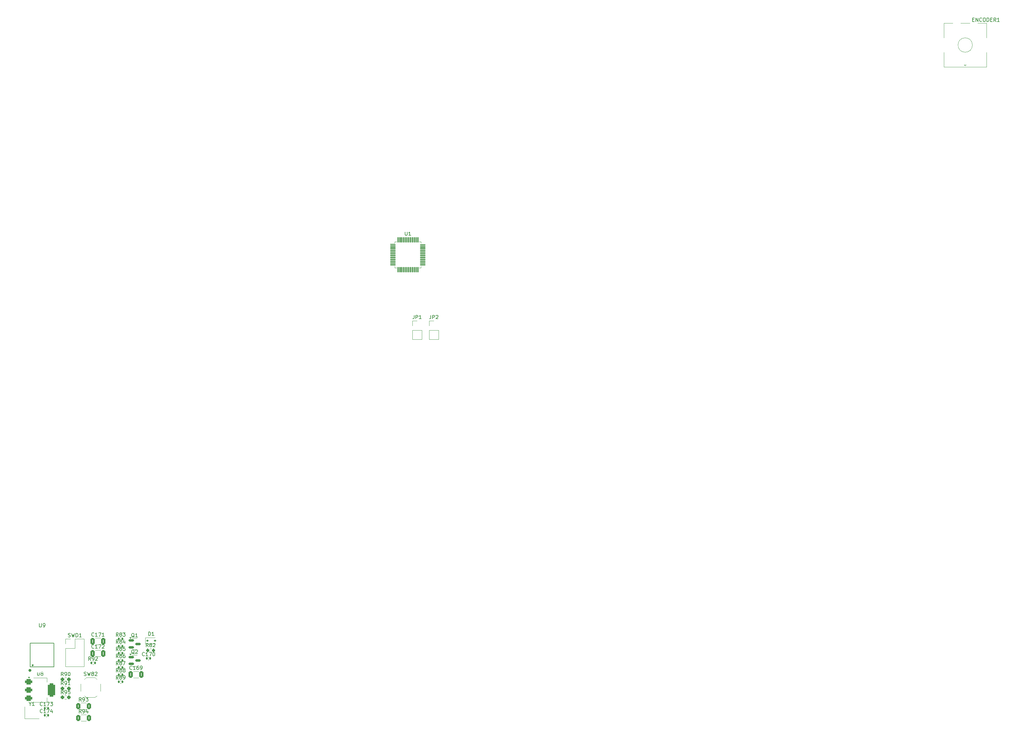
<source format=gbr>
%TF.GenerationSoftware,KiCad,Pcbnew,8.0.1*%
%TF.CreationDate,2024-04-11T15:05:29-07:00*%
%TF.ProjectId,Erebus,45726562-7573-42e6-9b69-6361645f7063,rev?*%
%TF.SameCoordinates,Original*%
%TF.FileFunction,Legend,Top*%
%TF.FilePolarity,Positive*%
%FSLAX46Y46*%
G04 Gerber Fmt 4.6, Leading zero omitted, Abs format (unit mm)*
G04 Created by KiCad (PCBNEW 8.0.1) date 2024-04-11 15:05:29*
%MOMM*%
%LPD*%
G01*
G04 APERTURE LIST*
G04 Aperture macros list*
%AMRoundRect*
0 Rectangle with rounded corners*
0 $1 Rounding radius*
0 $2 $3 $4 $5 $6 $7 $8 $9 X,Y pos of 4 corners*
0 Add a 4 corners polygon primitive as box body*
4,1,4,$2,$3,$4,$5,$6,$7,$8,$9,$2,$3,0*
0 Add four circle primitives for the rounded corners*
1,1,$1+$1,$2,$3*
1,1,$1+$1,$4,$5*
1,1,$1+$1,$6,$7*
1,1,$1+$1,$8,$9*
0 Add four rect primitives between the rounded corners*
20,1,$1+$1,$2,$3,$4,$5,0*
20,1,$1+$1,$4,$5,$6,$7,0*
20,1,$1+$1,$6,$7,$8,$9,0*
20,1,$1+$1,$8,$9,$2,$3,0*%
G04 Aperture macros list end*
%ADD10C,0.150000*%
%ADD11C,0.120000*%
%ADD12C,0.200000*%
%ADD13C,0.400000*%
%ADD14C,0.250000*%
%ADD15RoundRect,0.200000X-0.200000X-0.275000X0.200000X-0.275000X0.200000X0.275000X-0.200000X0.275000X0*%
%ADD16RoundRect,0.135000X-0.135000X-0.185000X0.135000X-0.185000X0.135000X0.185000X-0.135000X0.185000X0*%
%ADD17R,1.400000X1.200000*%
%ADD18C,3.987800*%
%ADD19RoundRect,0.375000X-0.625000X-0.375000X0.625000X-0.375000X0.625000X0.375000X-0.625000X0.375000X0*%
%ADD20RoundRect,0.500000X-0.500000X-1.400000X0.500000X-1.400000X0.500000X1.400000X-0.500000X1.400000X0*%
%ADD21RoundRect,0.150000X-0.587500X-0.150000X0.587500X-0.150000X0.587500X0.150000X-0.587500X0.150000X0*%
%ADD22RoundRect,0.237500X-0.250000X-0.237500X0.250000X-0.237500X0.250000X0.237500X-0.250000X0.237500X0*%
%ADD23RoundRect,0.140000X-0.140000X-0.170000X0.140000X-0.170000X0.140000X0.170000X-0.140000X0.170000X0*%
%ADD24R,1.700000X1.700000*%
%ADD25O,1.700000X1.700000*%
%ADD26RoundRect,0.250000X-0.312500X-0.625000X0.312500X-0.625000X0.312500X0.625000X-0.312500X0.625000X0*%
%ADD27RoundRect,0.250000X-0.325000X-0.650000X0.325000X-0.650000X0.325000X0.650000X-0.325000X0.650000X0*%
%ADD28RoundRect,0.075000X-0.662500X-0.075000X0.662500X-0.075000X0.662500X0.075000X-0.662500X0.075000X0*%
%ADD29RoundRect,0.075000X-0.075000X-0.662500X0.075000X-0.662500X0.075000X0.662500X-0.075000X0.662500X0*%
%ADD30R,1.700000X1.000000*%
%ADD31RoundRect,0.112500X-0.187500X-0.112500X0.187500X-0.112500X0.187500X0.112500X-0.187500X0.112500X0*%
%ADD32O,0.270000X1.500000*%
%ADD33O,1.500000X0.270000*%
%ADD34C,1.750000*%
G04 APERTURE END LIST*
D10*
X207832042Y-250729419D02*
X207498709Y-250253228D01*
X207260614Y-250729419D02*
X207260614Y-249729419D01*
X207260614Y-249729419D02*
X207641566Y-249729419D01*
X207641566Y-249729419D02*
X207736804Y-249777038D01*
X207736804Y-249777038D02*
X207784423Y-249824657D01*
X207784423Y-249824657D02*
X207832042Y-249919895D01*
X207832042Y-249919895D02*
X207832042Y-250062752D01*
X207832042Y-250062752D02*
X207784423Y-250157990D01*
X207784423Y-250157990D02*
X207736804Y-250205609D01*
X207736804Y-250205609D02*
X207641566Y-250253228D01*
X207641566Y-250253228D02*
X207260614Y-250253228D01*
X208403471Y-250157990D02*
X208308233Y-250110371D01*
X208308233Y-250110371D02*
X208260614Y-250062752D01*
X208260614Y-250062752D02*
X208212995Y-249967514D01*
X208212995Y-249967514D02*
X208212995Y-249919895D01*
X208212995Y-249919895D02*
X208260614Y-249824657D01*
X208260614Y-249824657D02*
X208308233Y-249777038D01*
X208308233Y-249777038D02*
X208403471Y-249729419D01*
X208403471Y-249729419D02*
X208593947Y-249729419D01*
X208593947Y-249729419D02*
X208689185Y-249777038D01*
X208689185Y-249777038D02*
X208736804Y-249824657D01*
X208736804Y-249824657D02*
X208784423Y-249919895D01*
X208784423Y-249919895D02*
X208784423Y-249967514D01*
X208784423Y-249967514D02*
X208736804Y-250062752D01*
X208736804Y-250062752D02*
X208689185Y-250110371D01*
X208689185Y-250110371D02*
X208593947Y-250157990D01*
X208593947Y-250157990D02*
X208403471Y-250157990D01*
X208403471Y-250157990D02*
X208308233Y-250205609D01*
X208308233Y-250205609D02*
X208260614Y-250253228D01*
X208260614Y-250253228D02*
X208212995Y-250348466D01*
X208212995Y-250348466D02*
X208212995Y-250538942D01*
X208212995Y-250538942D02*
X208260614Y-250634180D01*
X208260614Y-250634180D02*
X208308233Y-250681800D01*
X208308233Y-250681800D02*
X208403471Y-250729419D01*
X208403471Y-250729419D02*
X208593947Y-250729419D01*
X208593947Y-250729419D02*
X208689185Y-250681800D01*
X208689185Y-250681800D02*
X208736804Y-250634180D01*
X208736804Y-250634180D02*
X208784423Y-250538942D01*
X208784423Y-250538942D02*
X208784423Y-250348466D01*
X208784423Y-250348466D02*
X208736804Y-250253228D01*
X208736804Y-250253228D02*
X208689185Y-250205609D01*
X208689185Y-250205609D02*
X208593947Y-250157990D01*
X209165376Y-249824657D02*
X209212995Y-249777038D01*
X209212995Y-249777038D02*
X209308233Y-249729419D01*
X209308233Y-249729419D02*
X209546328Y-249729419D01*
X209546328Y-249729419D02*
X209641566Y-249777038D01*
X209641566Y-249777038D02*
X209689185Y-249824657D01*
X209689185Y-249824657D02*
X209736804Y-249919895D01*
X209736804Y-249919895D02*
X209736804Y-250015133D01*
X209736804Y-250015133D02*
X209689185Y-250157990D01*
X209689185Y-250157990D02*
X209117757Y-250729419D01*
X209117757Y-250729419D02*
X209736804Y-250729419D01*
X199482042Y-259719419D02*
X199148709Y-259243228D01*
X198910614Y-259719419D02*
X198910614Y-258719419D01*
X198910614Y-258719419D02*
X199291566Y-258719419D01*
X199291566Y-258719419D02*
X199386804Y-258767038D01*
X199386804Y-258767038D02*
X199434423Y-258814657D01*
X199434423Y-258814657D02*
X199482042Y-258909895D01*
X199482042Y-258909895D02*
X199482042Y-259052752D01*
X199482042Y-259052752D02*
X199434423Y-259147990D01*
X199434423Y-259147990D02*
X199386804Y-259195609D01*
X199386804Y-259195609D02*
X199291566Y-259243228D01*
X199291566Y-259243228D02*
X198910614Y-259243228D01*
X200053471Y-259147990D02*
X199958233Y-259100371D01*
X199958233Y-259100371D02*
X199910614Y-259052752D01*
X199910614Y-259052752D02*
X199862995Y-258957514D01*
X199862995Y-258957514D02*
X199862995Y-258909895D01*
X199862995Y-258909895D02*
X199910614Y-258814657D01*
X199910614Y-258814657D02*
X199958233Y-258767038D01*
X199958233Y-258767038D02*
X200053471Y-258719419D01*
X200053471Y-258719419D02*
X200243947Y-258719419D01*
X200243947Y-258719419D02*
X200339185Y-258767038D01*
X200339185Y-258767038D02*
X200386804Y-258814657D01*
X200386804Y-258814657D02*
X200434423Y-258909895D01*
X200434423Y-258909895D02*
X200434423Y-258957514D01*
X200434423Y-258957514D02*
X200386804Y-259052752D01*
X200386804Y-259052752D02*
X200339185Y-259100371D01*
X200339185Y-259100371D02*
X200243947Y-259147990D01*
X200243947Y-259147990D02*
X200053471Y-259147990D01*
X200053471Y-259147990D02*
X199958233Y-259195609D01*
X199958233Y-259195609D02*
X199910614Y-259243228D01*
X199910614Y-259243228D02*
X199862995Y-259338466D01*
X199862995Y-259338466D02*
X199862995Y-259528942D01*
X199862995Y-259528942D02*
X199910614Y-259624180D01*
X199910614Y-259624180D02*
X199958233Y-259671800D01*
X199958233Y-259671800D02*
X200053471Y-259719419D01*
X200053471Y-259719419D02*
X200243947Y-259719419D01*
X200243947Y-259719419D02*
X200339185Y-259671800D01*
X200339185Y-259671800D02*
X200386804Y-259624180D01*
X200386804Y-259624180D02*
X200434423Y-259528942D01*
X200434423Y-259528942D02*
X200434423Y-259338466D01*
X200434423Y-259338466D02*
X200386804Y-259243228D01*
X200386804Y-259243228D02*
X200339185Y-259195609D01*
X200339185Y-259195609D02*
X200243947Y-259147990D01*
X200910614Y-259719419D02*
X201101090Y-259719419D01*
X201101090Y-259719419D02*
X201196328Y-259671800D01*
X201196328Y-259671800D02*
X201243947Y-259624180D01*
X201243947Y-259624180D02*
X201339185Y-259481323D01*
X201339185Y-259481323D02*
X201386804Y-259290847D01*
X201386804Y-259290847D02*
X201386804Y-258909895D01*
X201386804Y-258909895D02*
X201339185Y-258814657D01*
X201339185Y-258814657D02*
X201291566Y-258767038D01*
X201291566Y-258767038D02*
X201196328Y-258719419D01*
X201196328Y-258719419D02*
X201005852Y-258719419D01*
X201005852Y-258719419D02*
X200910614Y-258767038D01*
X200910614Y-258767038D02*
X200862995Y-258814657D01*
X200862995Y-258814657D02*
X200815376Y-258909895D01*
X200815376Y-258909895D02*
X200815376Y-259147990D01*
X200815376Y-259147990D02*
X200862995Y-259243228D01*
X200862995Y-259243228D02*
X200910614Y-259290847D01*
X200910614Y-259290847D02*
X201005852Y-259338466D01*
X201005852Y-259338466D02*
X201196328Y-259338466D01*
X201196328Y-259338466D02*
X201291566Y-259290847D01*
X201291566Y-259290847D02*
X201339185Y-259243228D01*
X201339185Y-259243228D02*
X201386804Y-259147990D01*
X199482042Y-247779419D02*
X199148709Y-247303228D01*
X198910614Y-247779419D02*
X198910614Y-246779419D01*
X198910614Y-246779419D02*
X199291566Y-246779419D01*
X199291566Y-246779419D02*
X199386804Y-246827038D01*
X199386804Y-246827038D02*
X199434423Y-246874657D01*
X199434423Y-246874657D02*
X199482042Y-246969895D01*
X199482042Y-246969895D02*
X199482042Y-247112752D01*
X199482042Y-247112752D02*
X199434423Y-247207990D01*
X199434423Y-247207990D02*
X199386804Y-247255609D01*
X199386804Y-247255609D02*
X199291566Y-247303228D01*
X199291566Y-247303228D02*
X198910614Y-247303228D01*
X200053471Y-247207990D02*
X199958233Y-247160371D01*
X199958233Y-247160371D02*
X199910614Y-247112752D01*
X199910614Y-247112752D02*
X199862995Y-247017514D01*
X199862995Y-247017514D02*
X199862995Y-246969895D01*
X199862995Y-246969895D02*
X199910614Y-246874657D01*
X199910614Y-246874657D02*
X199958233Y-246827038D01*
X199958233Y-246827038D02*
X200053471Y-246779419D01*
X200053471Y-246779419D02*
X200243947Y-246779419D01*
X200243947Y-246779419D02*
X200339185Y-246827038D01*
X200339185Y-246827038D02*
X200386804Y-246874657D01*
X200386804Y-246874657D02*
X200434423Y-246969895D01*
X200434423Y-246969895D02*
X200434423Y-247017514D01*
X200434423Y-247017514D02*
X200386804Y-247112752D01*
X200386804Y-247112752D02*
X200339185Y-247160371D01*
X200339185Y-247160371D02*
X200243947Y-247207990D01*
X200243947Y-247207990D02*
X200053471Y-247207990D01*
X200053471Y-247207990D02*
X199958233Y-247255609D01*
X199958233Y-247255609D02*
X199910614Y-247303228D01*
X199910614Y-247303228D02*
X199862995Y-247398466D01*
X199862995Y-247398466D02*
X199862995Y-247588942D01*
X199862995Y-247588942D02*
X199910614Y-247684180D01*
X199910614Y-247684180D02*
X199958233Y-247731800D01*
X199958233Y-247731800D02*
X200053471Y-247779419D01*
X200053471Y-247779419D02*
X200243947Y-247779419D01*
X200243947Y-247779419D02*
X200339185Y-247731800D01*
X200339185Y-247731800D02*
X200386804Y-247684180D01*
X200386804Y-247684180D02*
X200434423Y-247588942D01*
X200434423Y-247588942D02*
X200434423Y-247398466D01*
X200434423Y-247398466D02*
X200386804Y-247303228D01*
X200386804Y-247303228D02*
X200339185Y-247255609D01*
X200339185Y-247255609D02*
X200243947Y-247207990D01*
X200767757Y-246779419D02*
X201386804Y-246779419D01*
X201386804Y-246779419D02*
X201053471Y-247160371D01*
X201053471Y-247160371D02*
X201196328Y-247160371D01*
X201196328Y-247160371D02*
X201291566Y-247207990D01*
X201291566Y-247207990D02*
X201339185Y-247255609D01*
X201339185Y-247255609D02*
X201386804Y-247350847D01*
X201386804Y-247350847D02*
X201386804Y-247588942D01*
X201386804Y-247588942D02*
X201339185Y-247684180D01*
X201339185Y-247684180D02*
X201291566Y-247731800D01*
X201291566Y-247731800D02*
X201196328Y-247779419D01*
X201196328Y-247779419D02*
X200910614Y-247779419D01*
X200910614Y-247779419D02*
X200815376Y-247731800D01*
X200815376Y-247731800D02*
X200767757Y-247684180D01*
X199482042Y-249769419D02*
X199148709Y-249293228D01*
X198910614Y-249769419D02*
X198910614Y-248769419D01*
X198910614Y-248769419D02*
X199291566Y-248769419D01*
X199291566Y-248769419D02*
X199386804Y-248817038D01*
X199386804Y-248817038D02*
X199434423Y-248864657D01*
X199434423Y-248864657D02*
X199482042Y-248959895D01*
X199482042Y-248959895D02*
X199482042Y-249102752D01*
X199482042Y-249102752D02*
X199434423Y-249197990D01*
X199434423Y-249197990D02*
X199386804Y-249245609D01*
X199386804Y-249245609D02*
X199291566Y-249293228D01*
X199291566Y-249293228D02*
X198910614Y-249293228D01*
X200053471Y-249197990D02*
X199958233Y-249150371D01*
X199958233Y-249150371D02*
X199910614Y-249102752D01*
X199910614Y-249102752D02*
X199862995Y-249007514D01*
X199862995Y-249007514D02*
X199862995Y-248959895D01*
X199862995Y-248959895D02*
X199910614Y-248864657D01*
X199910614Y-248864657D02*
X199958233Y-248817038D01*
X199958233Y-248817038D02*
X200053471Y-248769419D01*
X200053471Y-248769419D02*
X200243947Y-248769419D01*
X200243947Y-248769419D02*
X200339185Y-248817038D01*
X200339185Y-248817038D02*
X200386804Y-248864657D01*
X200386804Y-248864657D02*
X200434423Y-248959895D01*
X200434423Y-248959895D02*
X200434423Y-249007514D01*
X200434423Y-249007514D02*
X200386804Y-249102752D01*
X200386804Y-249102752D02*
X200339185Y-249150371D01*
X200339185Y-249150371D02*
X200243947Y-249197990D01*
X200243947Y-249197990D02*
X200053471Y-249197990D01*
X200053471Y-249197990D02*
X199958233Y-249245609D01*
X199958233Y-249245609D02*
X199910614Y-249293228D01*
X199910614Y-249293228D02*
X199862995Y-249388466D01*
X199862995Y-249388466D02*
X199862995Y-249578942D01*
X199862995Y-249578942D02*
X199910614Y-249674180D01*
X199910614Y-249674180D02*
X199958233Y-249721800D01*
X199958233Y-249721800D02*
X200053471Y-249769419D01*
X200053471Y-249769419D02*
X200243947Y-249769419D01*
X200243947Y-249769419D02*
X200339185Y-249721800D01*
X200339185Y-249721800D02*
X200386804Y-249674180D01*
X200386804Y-249674180D02*
X200434423Y-249578942D01*
X200434423Y-249578942D02*
X200434423Y-249388466D01*
X200434423Y-249388466D02*
X200386804Y-249293228D01*
X200386804Y-249293228D02*
X200339185Y-249245609D01*
X200339185Y-249245609D02*
X200243947Y-249197990D01*
X201291566Y-249102752D02*
X201291566Y-249769419D01*
X201053471Y-248721800D02*
X200815376Y-249436085D01*
X200815376Y-249436085D02*
X201434423Y-249436085D01*
X174968709Y-266573228D02*
X174968709Y-267049419D01*
X174635376Y-266049419D02*
X174968709Y-266573228D01*
X174968709Y-266573228D02*
X175302042Y-266049419D01*
X176159185Y-267049419D02*
X175587757Y-267049419D01*
X175873471Y-267049419D02*
X175873471Y-266049419D01*
X175873471Y-266049419D02*
X175778233Y-266192276D01*
X175778233Y-266192276D02*
X175682995Y-266287514D01*
X175682995Y-266287514D02*
X175587757Y-266335133D01*
X176982995Y-257654419D02*
X176982995Y-258463942D01*
X176982995Y-258463942D02*
X177030614Y-258559180D01*
X177030614Y-258559180D02*
X177078233Y-258606800D01*
X177078233Y-258606800D02*
X177173471Y-258654419D01*
X177173471Y-258654419D02*
X177363947Y-258654419D01*
X177363947Y-258654419D02*
X177459185Y-258606800D01*
X177459185Y-258606800D02*
X177506804Y-258559180D01*
X177506804Y-258559180D02*
X177554423Y-258463942D01*
X177554423Y-258463942D02*
X177554423Y-257654419D01*
X178173471Y-258082990D02*
X178078233Y-258035371D01*
X178078233Y-258035371D02*
X178030614Y-257987752D01*
X178030614Y-257987752D02*
X177982995Y-257892514D01*
X177982995Y-257892514D02*
X177982995Y-257844895D01*
X177982995Y-257844895D02*
X178030614Y-257749657D01*
X178030614Y-257749657D02*
X178078233Y-257702038D01*
X178078233Y-257702038D02*
X178173471Y-257654419D01*
X178173471Y-257654419D02*
X178363947Y-257654419D01*
X178363947Y-257654419D02*
X178459185Y-257702038D01*
X178459185Y-257702038D02*
X178506804Y-257749657D01*
X178506804Y-257749657D02*
X178554423Y-257844895D01*
X178554423Y-257844895D02*
X178554423Y-257892514D01*
X178554423Y-257892514D02*
X178506804Y-257987752D01*
X178506804Y-257987752D02*
X178459185Y-258035371D01*
X178459185Y-258035371D02*
X178363947Y-258082990D01*
X178363947Y-258082990D02*
X178173471Y-258082990D01*
X178173471Y-258082990D02*
X178078233Y-258130609D01*
X178078233Y-258130609D02*
X178030614Y-258178228D01*
X178030614Y-258178228D02*
X177982995Y-258273466D01*
X177982995Y-258273466D02*
X177982995Y-258463942D01*
X177982995Y-258463942D02*
X178030614Y-258559180D01*
X178030614Y-258559180D02*
X178078233Y-258606800D01*
X178078233Y-258606800D02*
X178173471Y-258654419D01*
X178173471Y-258654419D02*
X178363947Y-258654419D01*
X178363947Y-258654419D02*
X178459185Y-258606800D01*
X178459185Y-258606800D02*
X178506804Y-258559180D01*
X178506804Y-258559180D02*
X178554423Y-258463942D01*
X178554423Y-258463942D02*
X178554423Y-258273466D01*
X178554423Y-258273466D02*
X178506804Y-258178228D01*
X178506804Y-258178228D02*
X178459185Y-258130609D01*
X178459185Y-258130609D02*
X178363947Y-258082990D01*
X203929661Y-248049657D02*
X203834423Y-248002038D01*
X203834423Y-248002038D02*
X203739185Y-247906800D01*
X203739185Y-247906800D02*
X203596328Y-247763942D01*
X203596328Y-247763942D02*
X203501090Y-247716323D01*
X203501090Y-247716323D02*
X203405852Y-247716323D01*
X203453471Y-247954419D02*
X203358233Y-247906800D01*
X203358233Y-247906800D02*
X203262995Y-247811561D01*
X203262995Y-247811561D02*
X203215376Y-247621085D01*
X203215376Y-247621085D02*
X203215376Y-247287752D01*
X203215376Y-247287752D02*
X203262995Y-247097276D01*
X203262995Y-247097276D02*
X203358233Y-247002038D01*
X203358233Y-247002038D02*
X203453471Y-246954419D01*
X203453471Y-246954419D02*
X203643947Y-246954419D01*
X203643947Y-246954419D02*
X203739185Y-247002038D01*
X203739185Y-247002038D02*
X203834423Y-247097276D01*
X203834423Y-247097276D02*
X203882042Y-247287752D01*
X203882042Y-247287752D02*
X203882042Y-247621085D01*
X203882042Y-247621085D02*
X203834423Y-247811561D01*
X203834423Y-247811561D02*
X203739185Y-247906800D01*
X203739185Y-247906800D02*
X203643947Y-247954419D01*
X203643947Y-247954419D02*
X203453471Y-247954419D01*
X204834423Y-247954419D02*
X204262995Y-247954419D01*
X204548709Y-247954419D02*
X204548709Y-246954419D01*
X204548709Y-246954419D02*
X204453471Y-247097276D01*
X204453471Y-247097276D02*
X204358233Y-247192514D01*
X204358233Y-247192514D02*
X204262995Y-247240133D01*
X184202042Y-258779419D02*
X183868709Y-258303228D01*
X183630614Y-258779419D02*
X183630614Y-257779419D01*
X183630614Y-257779419D02*
X184011566Y-257779419D01*
X184011566Y-257779419D02*
X184106804Y-257827038D01*
X184106804Y-257827038D02*
X184154423Y-257874657D01*
X184154423Y-257874657D02*
X184202042Y-257969895D01*
X184202042Y-257969895D02*
X184202042Y-258112752D01*
X184202042Y-258112752D02*
X184154423Y-258207990D01*
X184154423Y-258207990D02*
X184106804Y-258255609D01*
X184106804Y-258255609D02*
X184011566Y-258303228D01*
X184011566Y-258303228D02*
X183630614Y-258303228D01*
X184678233Y-258779419D02*
X184868709Y-258779419D01*
X184868709Y-258779419D02*
X184963947Y-258731800D01*
X184963947Y-258731800D02*
X185011566Y-258684180D01*
X185011566Y-258684180D02*
X185106804Y-258541323D01*
X185106804Y-258541323D02*
X185154423Y-258350847D01*
X185154423Y-258350847D02*
X185154423Y-257969895D01*
X185154423Y-257969895D02*
X185106804Y-257874657D01*
X185106804Y-257874657D02*
X185059185Y-257827038D01*
X185059185Y-257827038D02*
X184963947Y-257779419D01*
X184963947Y-257779419D02*
X184773471Y-257779419D01*
X184773471Y-257779419D02*
X184678233Y-257827038D01*
X184678233Y-257827038D02*
X184630614Y-257874657D01*
X184630614Y-257874657D02*
X184582995Y-257969895D01*
X184582995Y-257969895D02*
X184582995Y-258207990D01*
X184582995Y-258207990D02*
X184630614Y-258303228D01*
X184630614Y-258303228D02*
X184678233Y-258350847D01*
X184678233Y-258350847D02*
X184773471Y-258398466D01*
X184773471Y-258398466D02*
X184963947Y-258398466D01*
X184963947Y-258398466D02*
X185059185Y-258350847D01*
X185059185Y-258350847D02*
X185106804Y-258303228D01*
X185106804Y-258303228D02*
X185154423Y-258207990D01*
X185773471Y-257779419D02*
X185868709Y-257779419D01*
X185868709Y-257779419D02*
X185963947Y-257827038D01*
X185963947Y-257827038D02*
X186011566Y-257874657D01*
X186011566Y-257874657D02*
X186059185Y-257969895D01*
X186059185Y-257969895D02*
X186106804Y-258160371D01*
X186106804Y-258160371D02*
X186106804Y-258398466D01*
X186106804Y-258398466D02*
X186059185Y-258588942D01*
X186059185Y-258588942D02*
X186011566Y-258684180D01*
X186011566Y-258684180D02*
X185963947Y-258731800D01*
X185963947Y-258731800D02*
X185868709Y-258779419D01*
X185868709Y-258779419D02*
X185773471Y-258779419D01*
X185773471Y-258779419D02*
X185678233Y-258731800D01*
X185678233Y-258731800D02*
X185630614Y-258684180D01*
X185630614Y-258684180D02*
X185582995Y-258588942D01*
X185582995Y-258588942D02*
X185535376Y-258398466D01*
X185535376Y-258398466D02*
X185535376Y-258160371D01*
X185535376Y-258160371D02*
X185582995Y-257969895D01*
X185582995Y-257969895D02*
X185630614Y-257874657D01*
X185630614Y-257874657D02*
X185678233Y-257827038D01*
X185678233Y-257827038D02*
X185773471Y-257779419D01*
X206785852Y-253144180D02*
X206738233Y-253191800D01*
X206738233Y-253191800D02*
X206595376Y-253239419D01*
X206595376Y-253239419D02*
X206500138Y-253239419D01*
X206500138Y-253239419D02*
X206357281Y-253191800D01*
X206357281Y-253191800D02*
X206262043Y-253096561D01*
X206262043Y-253096561D02*
X206214424Y-253001323D01*
X206214424Y-253001323D02*
X206166805Y-252810847D01*
X206166805Y-252810847D02*
X206166805Y-252667990D01*
X206166805Y-252667990D02*
X206214424Y-252477514D01*
X206214424Y-252477514D02*
X206262043Y-252382276D01*
X206262043Y-252382276D02*
X206357281Y-252287038D01*
X206357281Y-252287038D02*
X206500138Y-252239419D01*
X206500138Y-252239419D02*
X206595376Y-252239419D01*
X206595376Y-252239419D02*
X206738233Y-252287038D01*
X206738233Y-252287038D02*
X206785852Y-252334657D01*
X207738233Y-253239419D02*
X207166805Y-253239419D01*
X207452519Y-253239419D02*
X207452519Y-252239419D01*
X207452519Y-252239419D02*
X207357281Y-252382276D01*
X207357281Y-252382276D02*
X207262043Y-252477514D01*
X207262043Y-252477514D02*
X207166805Y-252525133D01*
X208071567Y-252239419D02*
X208738233Y-252239419D01*
X208738233Y-252239419D02*
X208309662Y-253239419D01*
X209309662Y-252239419D02*
X209404900Y-252239419D01*
X209404900Y-252239419D02*
X209500138Y-252287038D01*
X209500138Y-252287038D02*
X209547757Y-252334657D01*
X209547757Y-252334657D02*
X209595376Y-252429895D01*
X209595376Y-252429895D02*
X209642995Y-252620371D01*
X209642995Y-252620371D02*
X209642995Y-252858466D01*
X209642995Y-252858466D02*
X209595376Y-253048942D01*
X209595376Y-253048942D02*
X209547757Y-253144180D01*
X209547757Y-253144180D02*
X209500138Y-253191800D01*
X209500138Y-253191800D02*
X209404900Y-253239419D01*
X209404900Y-253239419D02*
X209309662Y-253239419D01*
X209309662Y-253239419D02*
X209214424Y-253191800D01*
X209214424Y-253191800D02*
X209166805Y-253144180D01*
X209166805Y-253144180D02*
X209119186Y-253048942D01*
X209119186Y-253048942D02*
X209071567Y-252858466D01*
X209071567Y-252858466D02*
X209071567Y-252620371D01*
X209071567Y-252620371D02*
X209119186Y-252429895D01*
X209119186Y-252429895D02*
X209166805Y-252334657D01*
X209166805Y-252334657D02*
X209214424Y-252287038D01*
X209214424Y-252287038D02*
X209309662Y-252239419D01*
X191832042Y-254479419D02*
X191498709Y-254003228D01*
X191260614Y-254479419D02*
X191260614Y-253479419D01*
X191260614Y-253479419D02*
X191641566Y-253479419D01*
X191641566Y-253479419D02*
X191736804Y-253527038D01*
X191736804Y-253527038D02*
X191784423Y-253574657D01*
X191784423Y-253574657D02*
X191832042Y-253669895D01*
X191832042Y-253669895D02*
X191832042Y-253812752D01*
X191832042Y-253812752D02*
X191784423Y-253907990D01*
X191784423Y-253907990D02*
X191736804Y-253955609D01*
X191736804Y-253955609D02*
X191641566Y-254003228D01*
X191641566Y-254003228D02*
X191260614Y-254003228D01*
X192308233Y-254479419D02*
X192498709Y-254479419D01*
X192498709Y-254479419D02*
X192593947Y-254431800D01*
X192593947Y-254431800D02*
X192641566Y-254384180D01*
X192641566Y-254384180D02*
X192736804Y-254241323D01*
X192736804Y-254241323D02*
X192784423Y-254050847D01*
X192784423Y-254050847D02*
X192784423Y-253669895D01*
X192784423Y-253669895D02*
X192736804Y-253574657D01*
X192736804Y-253574657D02*
X192689185Y-253527038D01*
X192689185Y-253527038D02*
X192593947Y-253479419D01*
X192593947Y-253479419D02*
X192403471Y-253479419D01*
X192403471Y-253479419D02*
X192308233Y-253527038D01*
X192308233Y-253527038D02*
X192260614Y-253574657D01*
X192260614Y-253574657D02*
X192212995Y-253669895D01*
X192212995Y-253669895D02*
X192212995Y-253907990D01*
X192212995Y-253907990D02*
X192260614Y-254003228D01*
X192260614Y-254003228D02*
X192308233Y-254050847D01*
X192308233Y-254050847D02*
X192403471Y-254098466D01*
X192403471Y-254098466D02*
X192593947Y-254098466D01*
X192593947Y-254098466D02*
X192689185Y-254050847D01*
X192689185Y-254050847D02*
X192736804Y-254003228D01*
X192736804Y-254003228D02*
X192784423Y-253907990D01*
X193165376Y-253574657D02*
X193212995Y-253527038D01*
X193212995Y-253527038D02*
X193308233Y-253479419D01*
X193308233Y-253479419D02*
X193546328Y-253479419D01*
X193546328Y-253479419D02*
X193641566Y-253527038D01*
X193641566Y-253527038D02*
X193689185Y-253574657D01*
X193689185Y-253574657D02*
X193736804Y-253669895D01*
X193736804Y-253669895D02*
X193736804Y-253765133D01*
X193736804Y-253765133D02*
X193689185Y-253907990D01*
X193689185Y-253907990D02*
X193117757Y-254479419D01*
X193117757Y-254479419D02*
X193736804Y-254479419D01*
X286366266Y-158465619D02*
X286366266Y-159179904D01*
X286366266Y-159179904D02*
X286318647Y-159322761D01*
X286318647Y-159322761D02*
X286223409Y-159418000D01*
X286223409Y-159418000D02*
X286080552Y-159465619D01*
X286080552Y-159465619D02*
X285985314Y-159465619D01*
X286842457Y-159465619D02*
X286842457Y-158465619D01*
X286842457Y-158465619D02*
X287223409Y-158465619D01*
X287223409Y-158465619D02*
X287318647Y-158513238D01*
X287318647Y-158513238D02*
X287366266Y-158560857D01*
X287366266Y-158560857D02*
X287413885Y-158656095D01*
X287413885Y-158656095D02*
X287413885Y-158798952D01*
X287413885Y-158798952D02*
X287366266Y-158894190D01*
X287366266Y-158894190D02*
X287318647Y-158941809D01*
X287318647Y-158941809D02*
X287223409Y-158989428D01*
X287223409Y-158989428D02*
X286842457Y-158989428D01*
X287794838Y-158560857D02*
X287842457Y-158513238D01*
X287842457Y-158513238D02*
X287937695Y-158465619D01*
X287937695Y-158465619D02*
X288175790Y-158465619D01*
X288175790Y-158465619D02*
X288271028Y-158513238D01*
X288271028Y-158513238D02*
X288318647Y-158560857D01*
X288318647Y-158560857D02*
X288366266Y-158656095D01*
X288366266Y-158656095D02*
X288366266Y-158751333D01*
X288366266Y-158751333D02*
X288318647Y-158894190D01*
X288318647Y-158894190D02*
X287747219Y-159465619D01*
X287747219Y-159465619D02*
X288366266Y-159465619D01*
X185581567Y-247901800D02*
X185724424Y-247949419D01*
X185724424Y-247949419D02*
X185962519Y-247949419D01*
X185962519Y-247949419D02*
X186057757Y-247901800D01*
X186057757Y-247901800D02*
X186105376Y-247854180D01*
X186105376Y-247854180D02*
X186152995Y-247758942D01*
X186152995Y-247758942D02*
X186152995Y-247663704D01*
X186152995Y-247663704D02*
X186105376Y-247568466D01*
X186105376Y-247568466D02*
X186057757Y-247520847D01*
X186057757Y-247520847D02*
X185962519Y-247473228D01*
X185962519Y-247473228D02*
X185772043Y-247425609D01*
X185772043Y-247425609D02*
X185676805Y-247377990D01*
X185676805Y-247377990D02*
X185629186Y-247330371D01*
X185629186Y-247330371D02*
X185581567Y-247235133D01*
X185581567Y-247235133D02*
X185581567Y-247139895D01*
X185581567Y-247139895D02*
X185629186Y-247044657D01*
X185629186Y-247044657D02*
X185676805Y-246997038D01*
X185676805Y-246997038D02*
X185772043Y-246949419D01*
X185772043Y-246949419D02*
X186010138Y-246949419D01*
X186010138Y-246949419D02*
X186152995Y-246997038D01*
X186486329Y-246949419D02*
X186724424Y-247949419D01*
X186724424Y-247949419D02*
X186914900Y-247235133D01*
X186914900Y-247235133D02*
X187105376Y-247949419D01*
X187105376Y-247949419D02*
X187343472Y-246949419D01*
X187724424Y-247949419D02*
X187724424Y-246949419D01*
X187724424Y-246949419D02*
X187962519Y-246949419D01*
X187962519Y-246949419D02*
X188105376Y-246997038D01*
X188105376Y-246997038D02*
X188200614Y-247092276D01*
X188200614Y-247092276D02*
X188248233Y-247187514D01*
X188248233Y-247187514D02*
X188295852Y-247377990D01*
X188295852Y-247377990D02*
X188295852Y-247520847D01*
X188295852Y-247520847D02*
X188248233Y-247711323D01*
X188248233Y-247711323D02*
X188200614Y-247806561D01*
X188200614Y-247806561D02*
X188105376Y-247901800D01*
X188105376Y-247901800D02*
X187962519Y-247949419D01*
X187962519Y-247949419D02*
X187724424Y-247949419D01*
X189248233Y-247949419D02*
X188676805Y-247949419D01*
X188962519Y-247949419D02*
X188962519Y-246949419D01*
X188962519Y-246949419D02*
X188867281Y-247092276D01*
X188867281Y-247092276D02*
X188772043Y-247187514D01*
X188772043Y-247187514D02*
X188676805Y-247235133D01*
X189182042Y-265829419D02*
X188848709Y-265353228D01*
X188610614Y-265829419D02*
X188610614Y-264829419D01*
X188610614Y-264829419D02*
X188991566Y-264829419D01*
X188991566Y-264829419D02*
X189086804Y-264877038D01*
X189086804Y-264877038D02*
X189134423Y-264924657D01*
X189134423Y-264924657D02*
X189182042Y-265019895D01*
X189182042Y-265019895D02*
X189182042Y-265162752D01*
X189182042Y-265162752D02*
X189134423Y-265257990D01*
X189134423Y-265257990D02*
X189086804Y-265305609D01*
X189086804Y-265305609D02*
X188991566Y-265353228D01*
X188991566Y-265353228D02*
X188610614Y-265353228D01*
X189658233Y-265829419D02*
X189848709Y-265829419D01*
X189848709Y-265829419D02*
X189943947Y-265781800D01*
X189943947Y-265781800D02*
X189991566Y-265734180D01*
X189991566Y-265734180D02*
X190086804Y-265591323D01*
X190086804Y-265591323D02*
X190134423Y-265400847D01*
X190134423Y-265400847D02*
X190134423Y-265019895D01*
X190134423Y-265019895D02*
X190086804Y-264924657D01*
X190086804Y-264924657D02*
X190039185Y-264877038D01*
X190039185Y-264877038D02*
X189943947Y-264829419D01*
X189943947Y-264829419D02*
X189753471Y-264829419D01*
X189753471Y-264829419D02*
X189658233Y-264877038D01*
X189658233Y-264877038D02*
X189610614Y-264924657D01*
X189610614Y-264924657D02*
X189562995Y-265019895D01*
X189562995Y-265019895D02*
X189562995Y-265257990D01*
X189562995Y-265257990D02*
X189610614Y-265353228D01*
X189610614Y-265353228D02*
X189658233Y-265400847D01*
X189658233Y-265400847D02*
X189753471Y-265448466D01*
X189753471Y-265448466D02*
X189943947Y-265448466D01*
X189943947Y-265448466D02*
X190039185Y-265400847D01*
X190039185Y-265400847D02*
X190086804Y-265353228D01*
X190086804Y-265353228D02*
X190134423Y-265257990D01*
X190467757Y-264829419D02*
X191086804Y-264829419D01*
X191086804Y-264829419D02*
X190753471Y-265210371D01*
X190753471Y-265210371D02*
X190896328Y-265210371D01*
X190896328Y-265210371D02*
X190991566Y-265257990D01*
X190991566Y-265257990D02*
X191039185Y-265305609D01*
X191039185Y-265305609D02*
X191086804Y-265400847D01*
X191086804Y-265400847D02*
X191086804Y-265638942D01*
X191086804Y-265638942D02*
X191039185Y-265734180D01*
X191039185Y-265734180D02*
X190991566Y-265781800D01*
X190991566Y-265781800D02*
X190896328Y-265829419D01*
X190896328Y-265829419D02*
X190610614Y-265829419D01*
X190610614Y-265829419D02*
X190515376Y-265781800D01*
X190515376Y-265781800D02*
X190467757Y-265734180D01*
X178385852Y-267004180D02*
X178338233Y-267051800D01*
X178338233Y-267051800D02*
X178195376Y-267099419D01*
X178195376Y-267099419D02*
X178100138Y-267099419D01*
X178100138Y-267099419D02*
X177957281Y-267051800D01*
X177957281Y-267051800D02*
X177862043Y-266956561D01*
X177862043Y-266956561D02*
X177814424Y-266861323D01*
X177814424Y-266861323D02*
X177766805Y-266670847D01*
X177766805Y-266670847D02*
X177766805Y-266527990D01*
X177766805Y-266527990D02*
X177814424Y-266337514D01*
X177814424Y-266337514D02*
X177862043Y-266242276D01*
X177862043Y-266242276D02*
X177957281Y-266147038D01*
X177957281Y-266147038D02*
X178100138Y-266099419D01*
X178100138Y-266099419D02*
X178195376Y-266099419D01*
X178195376Y-266099419D02*
X178338233Y-266147038D01*
X178338233Y-266147038D02*
X178385852Y-266194657D01*
X179338233Y-267099419D02*
X178766805Y-267099419D01*
X179052519Y-267099419D02*
X179052519Y-266099419D01*
X179052519Y-266099419D02*
X178957281Y-266242276D01*
X178957281Y-266242276D02*
X178862043Y-266337514D01*
X178862043Y-266337514D02*
X178766805Y-266385133D01*
X179671567Y-266099419D02*
X180338233Y-266099419D01*
X180338233Y-266099419D02*
X179909662Y-267099419D01*
X180623948Y-266099419D02*
X181242995Y-266099419D01*
X181242995Y-266099419D02*
X180909662Y-266480371D01*
X180909662Y-266480371D02*
X181052519Y-266480371D01*
X181052519Y-266480371D02*
X181147757Y-266527990D01*
X181147757Y-266527990D02*
X181195376Y-266575609D01*
X181195376Y-266575609D02*
X181242995Y-266670847D01*
X181242995Y-266670847D02*
X181242995Y-266908942D01*
X181242995Y-266908942D02*
X181195376Y-267004180D01*
X181195376Y-267004180D02*
X181147757Y-267051800D01*
X181147757Y-267051800D02*
X181052519Y-267099419D01*
X181052519Y-267099419D02*
X180766805Y-267099419D01*
X180766805Y-267099419D02*
X180671567Y-267051800D01*
X180671567Y-267051800D02*
X180623948Y-267004180D01*
X189182042Y-269119419D02*
X188848709Y-268643228D01*
X188610614Y-269119419D02*
X188610614Y-268119419D01*
X188610614Y-268119419D02*
X188991566Y-268119419D01*
X188991566Y-268119419D02*
X189086804Y-268167038D01*
X189086804Y-268167038D02*
X189134423Y-268214657D01*
X189134423Y-268214657D02*
X189182042Y-268309895D01*
X189182042Y-268309895D02*
X189182042Y-268452752D01*
X189182042Y-268452752D02*
X189134423Y-268547990D01*
X189134423Y-268547990D02*
X189086804Y-268595609D01*
X189086804Y-268595609D02*
X188991566Y-268643228D01*
X188991566Y-268643228D02*
X188610614Y-268643228D01*
X189658233Y-269119419D02*
X189848709Y-269119419D01*
X189848709Y-269119419D02*
X189943947Y-269071800D01*
X189943947Y-269071800D02*
X189991566Y-269024180D01*
X189991566Y-269024180D02*
X190086804Y-268881323D01*
X190086804Y-268881323D02*
X190134423Y-268690847D01*
X190134423Y-268690847D02*
X190134423Y-268309895D01*
X190134423Y-268309895D02*
X190086804Y-268214657D01*
X190086804Y-268214657D02*
X190039185Y-268167038D01*
X190039185Y-268167038D02*
X189943947Y-268119419D01*
X189943947Y-268119419D02*
X189753471Y-268119419D01*
X189753471Y-268119419D02*
X189658233Y-268167038D01*
X189658233Y-268167038D02*
X189610614Y-268214657D01*
X189610614Y-268214657D02*
X189562995Y-268309895D01*
X189562995Y-268309895D02*
X189562995Y-268547990D01*
X189562995Y-268547990D02*
X189610614Y-268643228D01*
X189610614Y-268643228D02*
X189658233Y-268690847D01*
X189658233Y-268690847D02*
X189753471Y-268738466D01*
X189753471Y-268738466D02*
X189943947Y-268738466D01*
X189943947Y-268738466D02*
X190039185Y-268690847D01*
X190039185Y-268690847D02*
X190086804Y-268643228D01*
X190086804Y-268643228D02*
X190134423Y-268547990D01*
X190991566Y-268452752D02*
X190991566Y-269119419D01*
X190753471Y-268071800D02*
X190515376Y-268786085D01*
X190515376Y-268786085D02*
X191134423Y-268786085D01*
X281716266Y-158465619D02*
X281716266Y-159179904D01*
X281716266Y-159179904D02*
X281668647Y-159322761D01*
X281668647Y-159322761D02*
X281573409Y-159418000D01*
X281573409Y-159418000D02*
X281430552Y-159465619D01*
X281430552Y-159465619D02*
X281335314Y-159465619D01*
X282192457Y-159465619D02*
X282192457Y-158465619D01*
X282192457Y-158465619D02*
X282573409Y-158465619D01*
X282573409Y-158465619D02*
X282668647Y-158513238D01*
X282668647Y-158513238D02*
X282716266Y-158560857D01*
X282716266Y-158560857D02*
X282763885Y-158656095D01*
X282763885Y-158656095D02*
X282763885Y-158798952D01*
X282763885Y-158798952D02*
X282716266Y-158894190D01*
X282716266Y-158894190D02*
X282668647Y-158941809D01*
X282668647Y-158941809D02*
X282573409Y-158989428D01*
X282573409Y-158989428D02*
X282192457Y-158989428D01*
X283716266Y-159465619D02*
X283144838Y-159465619D01*
X283430552Y-159465619D02*
X283430552Y-158465619D01*
X283430552Y-158465619D02*
X283335314Y-158608476D01*
X283335314Y-158608476D02*
X283240076Y-158703714D01*
X283240076Y-158703714D02*
X283144838Y-158751333D01*
X436969082Y-76232609D02*
X437302415Y-76232609D01*
X437445272Y-76756419D02*
X436969082Y-76756419D01*
X436969082Y-76756419D02*
X436969082Y-75756419D01*
X436969082Y-75756419D02*
X437445272Y-75756419D01*
X437873844Y-76756419D02*
X437873844Y-75756419D01*
X437873844Y-75756419D02*
X438445272Y-76756419D01*
X438445272Y-76756419D02*
X438445272Y-75756419D01*
X439492891Y-76661180D02*
X439445272Y-76708800D01*
X439445272Y-76708800D02*
X439302415Y-76756419D01*
X439302415Y-76756419D02*
X439207177Y-76756419D01*
X439207177Y-76756419D02*
X439064320Y-76708800D01*
X439064320Y-76708800D02*
X438969082Y-76613561D01*
X438969082Y-76613561D02*
X438921463Y-76518323D01*
X438921463Y-76518323D02*
X438873844Y-76327847D01*
X438873844Y-76327847D02*
X438873844Y-76184990D01*
X438873844Y-76184990D02*
X438921463Y-75994514D01*
X438921463Y-75994514D02*
X438969082Y-75899276D01*
X438969082Y-75899276D02*
X439064320Y-75804038D01*
X439064320Y-75804038D02*
X439207177Y-75756419D01*
X439207177Y-75756419D02*
X439302415Y-75756419D01*
X439302415Y-75756419D02*
X439445272Y-75804038D01*
X439445272Y-75804038D02*
X439492891Y-75851657D01*
X440111939Y-75756419D02*
X440302415Y-75756419D01*
X440302415Y-75756419D02*
X440397653Y-75804038D01*
X440397653Y-75804038D02*
X440492891Y-75899276D01*
X440492891Y-75899276D02*
X440540510Y-76089752D01*
X440540510Y-76089752D02*
X440540510Y-76423085D01*
X440540510Y-76423085D02*
X440492891Y-76613561D01*
X440492891Y-76613561D02*
X440397653Y-76708800D01*
X440397653Y-76708800D02*
X440302415Y-76756419D01*
X440302415Y-76756419D02*
X440111939Y-76756419D01*
X440111939Y-76756419D02*
X440016701Y-76708800D01*
X440016701Y-76708800D02*
X439921463Y-76613561D01*
X439921463Y-76613561D02*
X439873844Y-76423085D01*
X439873844Y-76423085D02*
X439873844Y-76089752D01*
X439873844Y-76089752D02*
X439921463Y-75899276D01*
X439921463Y-75899276D02*
X440016701Y-75804038D01*
X440016701Y-75804038D02*
X440111939Y-75756419D01*
X440969082Y-76756419D02*
X440969082Y-75756419D01*
X440969082Y-75756419D02*
X441207177Y-75756419D01*
X441207177Y-75756419D02*
X441350034Y-75804038D01*
X441350034Y-75804038D02*
X441445272Y-75899276D01*
X441445272Y-75899276D02*
X441492891Y-75994514D01*
X441492891Y-75994514D02*
X441540510Y-76184990D01*
X441540510Y-76184990D02*
X441540510Y-76327847D01*
X441540510Y-76327847D02*
X441492891Y-76518323D01*
X441492891Y-76518323D02*
X441445272Y-76613561D01*
X441445272Y-76613561D02*
X441350034Y-76708800D01*
X441350034Y-76708800D02*
X441207177Y-76756419D01*
X441207177Y-76756419D02*
X440969082Y-76756419D01*
X441969082Y-76232609D02*
X442302415Y-76232609D01*
X442445272Y-76756419D02*
X441969082Y-76756419D01*
X441969082Y-76756419D02*
X441969082Y-75756419D01*
X441969082Y-75756419D02*
X442445272Y-75756419D01*
X443445272Y-76756419D02*
X443111939Y-76280228D01*
X442873844Y-76756419D02*
X442873844Y-75756419D01*
X442873844Y-75756419D02*
X443254796Y-75756419D01*
X443254796Y-75756419D02*
X443350034Y-75804038D01*
X443350034Y-75804038D02*
X443397653Y-75851657D01*
X443397653Y-75851657D02*
X443445272Y-75946895D01*
X443445272Y-75946895D02*
X443445272Y-76089752D01*
X443445272Y-76089752D02*
X443397653Y-76184990D01*
X443397653Y-76184990D02*
X443350034Y-76232609D01*
X443350034Y-76232609D02*
X443254796Y-76280228D01*
X443254796Y-76280228D02*
X442873844Y-76280228D01*
X444397653Y-76756419D02*
X443826225Y-76756419D01*
X444111939Y-76756419D02*
X444111939Y-75756419D01*
X444111939Y-75756419D02*
X444016701Y-75899276D01*
X444016701Y-75899276D02*
X443921463Y-75994514D01*
X443921463Y-75994514D02*
X443826225Y-76042133D01*
X199482042Y-255739419D02*
X199148709Y-255263228D01*
X198910614Y-255739419D02*
X198910614Y-254739419D01*
X198910614Y-254739419D02*
X199291566Y-254739419D01*
X199291566Y-254739419D02*
X199386804Y-254787038D01*
X199386804Y-254787038D02*
X199434423Y-254834657D01*
X199434423Y-254834657D02*
X199482042Y-254929895D01*
X199482042Y-254929895D02*
X199482042Y-255072752D01*
X199482042Y-255072752D02*
X199434423Y-255167990D01*
X199434423Y-255167990D02*
X199386804Y-255215609D01*
X199386804Y-255215609D02*
X199291566Y-255263228D01*
X199291566Y-255263228D02*
X198910614Y-255263228D01*
X200053471Y-255167990D02*
X199958233Y-255120371D01*
X199958233Y-255120371D02*
X199910614Y-255072752D01*
X199910614Y-255072752D02*
X199862995Y-254977514D01*
X199862995Y-254977514D02*
X199862995Y-254929895D01*
X199862995Y-254929895D02*
X199910614Y-254834657D01*
X199910614Y-254834657D02*
X199958233Y-254787038D01*
X199958233Y-254787038D02*
X200053471Y-254739419D01*
X200053471Y-254739419D02*
X200243947Y-254739419D01*
X200243947Y-254739419D02*
X200339185Y-254787038D01*
X200339185Y-254787038D02*
X200386804Y-254834657D01*
X200386804Y-254834657D02*
X200434423Y-254929895D01*
X200434423Y-254929895D02*
X200434423Y-254977514D01*
X200434423Y-254977514D02*
X200386804Y-255072752D01*
X200386804Y-255072752D02*
X200339185Y-255120371D01*
X200339185Y-255120371D02*
X200243947Y-255167990D01*
X200243947Y-255167990D02*
X200053471Y-255167990D01*
X200053471Y-255167990D02*
X199958233Y-255215609D01*
X199958233Y-255215609D02*
X199910614Y-255263228D01*
X199910614Y-255263228D02*
X199862995Y-255358466D01*
X199862995Y-255358466D02*
X199862995Y-255548942D01*
X199862995Y-255548942D02*
X199910614Y-255644180D01*
X199910614Y-255644180D02*
X199958233Y-255691800D01*
X199958233Y-255691800D02*
X200053471Y-255739419D01*
X200053471Y-255739419D02*
X200243947Y-255739419D01*
X200243947Y-255739419D02*
X200339185Y-255691800D01*
X200339185Y-255691800D02*
X200386804Y-255644180D01*
X200386804Y-255644180D02*
X200434423Y-255548942D01*
X200434423Y-255548942D02*
X200434423Y-255358466D01*
X200434423Y-255358466D02*
X200386804Y-255263228D01*
X200386804Y-255263228D02*
X200339185Y-255215609D01*
X200339185Y-255215609D02*
X200243947Y-255167990D01*
X200767757Y-254739419D02*
X201434423Y-254739419D01*
X201434423Y-254739419D02*
X201005852Y-255739419D01*
X192725852Y-247684180D02*
X192678233Y-247731800D01*
X192678233Y-247731800D02*
X192535376Y-247779419D01*
X192535376Y-247779419D02*
X192440138Y-247779419D01*
X192440138Y-247779419D02*
X192297281Y-247731800D01*
X192297281Y-247731800D02*
X192202043Y-247636561D01*
X192202043Y-247636561D02*
X192154424Y-247541323D01*
X192154424Y-247541323D02*
X192106805Y-247350847D01*
X192106805Y-247350847D02*
X192106805Y-247207990D01*
X192106805Y-247207990D02*
X192154424Y-247017514D01*
X192154424Y-247017514D02*
X192202043Y-246922276D01*
X192202043Y-246922276D02*
X192297281Y-246827038D01*
X192297281Y-246827038D02*
X192440138Y-246779419D01*
X192440138Y-246779419D02*
X192535376Y-246779419D01*
X192535376Y-246779419D02*
X192678233Y-246827038D01*
X192678233Y-246827038D02*
X192725852Y-246874657D01*
X193678233Y-247779419D02*
X193106805Y-247779419D01*
X193392519Y-247779419D02*
X193392519Y-246779419D01*
X193392519Y-246779419D02*
X193297281Y-246922276D01*
X193297281Y-246922276D02*
X193202043Y-247017514D01*
X193202043Y-247017514D02*
X193106805Y-247065133D01*
X194011567Y-246779419D02*
X194678233Y-246779419D01*
X194678233Y-246779419D02*
X194249662Y-247779419D01*
X195582995Y-247779419D02*
X195011567Y-247779419D01*
X195297281Y-247779419D02*
X195297281Y-246779419D01*
X195297281Y-246779419D02*
X195202043Y-246922276D01*
X195202043Y-246922276D02*
X195106805Y-247017514D01*
X195106805Y-247017514D02*
X195011567Y-247065133D01*
X178385852Y-268974180D02*
X178338233Y-269021800D01*
X178338233Y-269021800D02*
X178195376Y-269069419D01*
X178195376Y-269069419D02*
X178100138Y-269069419D01*
X178100138Y-269069419D02*
X177957281Y-269021800D01*
X177957281Y-269021800D02*
X177862043Y-268926561D01*
X177862043Y-268926561D02*
X177814424Y-268831323D01*
X177814424Y-268831323D02*
X177766805Y-268640847D01*
X177766805Y-268640847D02*
X177766805Y-268497990D01*
X177766805Y-268497990D02*
X177814424Y-268307514D01*
X177814424Y-268307514D02*
X177862043Y-268212276D01*
X177862043Y-268212276D02*
X177957281Y-268117038D01*
X177957281Y-268117038D02*
X178100138Y-268069419D01*
X178100138Y-268069419D02*
X178195376Y-268069419D01*
X178195376Y-268069419D02*
X178338233Y-268117038D01*
X178338233Y-268117038D02*
X178385852Y-268164657D01*
X179338233Y-269069419D02*
X178766805Y-269069419D01*
X179052519Y-269069419D02*
X179052519Y-268069419D01*
X179052519Y-268069419D02*
X178957281Y-268212276D01*
X178957281Y-268212276D02*
X178862043Y-268307514D01*
X178862043Y-268307514D02*
X178766805Y-268355133D01*
X179671567Y-268069419D02*
X180338233Y-268069419D01*
X180338233Y-268069419D02*
X179909662Y-269069419D01*
X181147757Y-268402752D02*
X181147757Y-269069419D01*
X180909662Y-268021800D02*
X180671567Y-268736085D01*
X180671567Y-268736085D02*
X181290614Y-268736085D01*
X279224895Y-135257519D02*
X279224895Y-136067042D01*
X279224895Y-136067042D02*
X279272514Y-136162280D01*
X279272514Y-136162280D02*
X279320133Y-136209900D01*
X279320133Y-136209900D02*
X279415371Y-136257519D01*
X279415371Y-136257519D02*
X279605847Y-136257519D01*
X279605847Y-136257519D02*
X279701085Y-136209900D01*
X279701085Y-136209900D02*
X279748704Y-136162280D01*
X279748704Y-136162280D02*
X279796323Y-136067042D01*
X279796323Y-136067042D02*
X279796323Y-135257519D01*
X280796323Y-136257519D02*
X280224895Y-136257519D01*
X280510609Y-136257519D02*
X280510609Y-135257519D01*
X280510609Y-135257519D02*
X280415371Y-135400376D01*
X280415371Y-135400376D02*
X280320133Y-135495614D01*
X280320133Y-135495614D02*
X280224895Y-135543233D01*
X189985376Y-258681800D02*
X190128233Y-258729419D01*
X190128233Y-258729419D02*
X190366328Y-258729419D01*
X190366328Y-258729419D02*
X190461566Y-258681800D01*
X190461566Y-258681800D02*
X190509185Y-258634180D01*
X190509185Y-258634180D02*
X190556804Y-258538942D01*
X190556804Y-258538942D02*
X190556804Y-258443704D01*
X190556804Y-258443704D02*
X190509185Y-258348466D01*
X190509185Y-258348466D02*
X190461566Y-258300847D01*
X190461566Y-258300847D02*
X190366328Y-258253228D01*
X190366328Y-258253228D02*
X190175852Y-258205609D01*
X190175852Y-258205609D02*
X190080614Y-258157990D01*
X190080614Y-258157990D02*
X190032995Y-258110371D01*
X190032995Y-258110371D02*
X189985376Y-258015133D01*
X189985376Y-258015133D02*
X189985376Y-257919895D01*
X189985376Y-257919895D02*
X190032995Y-257824657D01*
X190032995Y-257824657D02*
X190080614Y-257777038D01*
X190080614Y-257777038D02*
X190175852Y-257729419D01*
X190175852Y-257729419D02*
X190413947Y-257729419D01*
X190413947Y-257729419D02*
X190556804Y-257777038D01*
X190890138Y-257729419D02*
X191128233Y-258729419D01*
X191128233Y-258729419D02*
X191318709Y-258015133D01*
X191318709Y-258015133D02*
X191509185Y-258729419D01*
X191509185Y-258729419D02*
X191747281Y-257729419D01*
X192271090Y-258157990D02*
X192175852Y-258110371D01*
X192175852Y-258110371D02*
X192128233Y-258062752D01*
X192128233Y-258062752D02*
X192080614Y-257967514D01*
X192080614Y-257967514D02*
X192080614Y-257919895D01*
X192080614Y-257919895D02*
X192128233Y-257824657D01*
X192128233Y-257824657D02*
X192175852Y-257777038D01*
X192175852Y-257777038D02*
X192271090Y-257729419D01*
X192271090Y-257729419D02*
X192461566Y-257729419D01*
X192461566Y-257729419D02*
X192556804Y-257777038D01*
X192556804Y-257777038D02*
X192604423Y-257824657D01*
X192604423Y-257824657D02*
X192652042Y-257919895D01*
X192652042Y-257919895D02*
X192652042Y-257967514D01*
X192652042Y-257967514D02*
X192604423Y-258062752D01*
X192604423Y-258062752D02*
X192556804Y-258110371D01*
X192556804Y-258110371D02*
X192461566Y-258157990D01*
X192461566Y-258157990D02*
X192271090Y-258157990D01*
X192271090Y-258157990D02*
X192175852Y-258205609D01*
X192175852Y-258205609D02*
X192128233Y-258253228D01*
X192128233Y-258253228D02*
X192080614Y-258348466D01*
X192080614Y-258348466D02*
X192080614Y-258538942D01*
X192080614Y-258538942D02*
X192128233Y-258634180D01*
X192128233Y-258634180D02*
X192175852Y-258681800D01*
X192175852Y-258681800D02*
X192271090Y-258729419D01*
X192271090Y-258729419D02*
X192461566Y-258729419D01*
X192461566Y-258729419D02*
X192556804Y-258681800D01*
X192556804Y-258681800D02*
X192604423Y-258634180D01*
X192604423Y-258634180D02*
X192652042Y-258538942D01*
X192652042Y-258538942D02*
X192652042Y-258348466D01*
X192652042Y-258348466D02*
X192604423Y-258253228D01*
X192604423Y-258253228D02*
X192556804Y-258205609D01*
X192556804Y-258205609D02*
X192461566Y-258157990D01*
X193032995Y-257824657D02*
X193080614Y-257777038D01*
X193080614Y-257777038D02*
X193175852Y-257729419D01*
X193175852Y-257729419D02*
X193413947Y-257729419D01*
X193413947Y-257729419D02*
X193509185Y-257777038D01*
X193509185Y-257777038D02*
X193556804Y-257824657D01*
X193556804Y-257824657D02*
X193604423Y-257919895D01*
X193604423Y-257919895D02*
X193604423Y-258015133D01*
X193604423Y-258015133D02*
X193556804Y-258157990D01*
X193556804Y-258157990D02*
X192985376Y-258729419D01*
X192985376Y-258729419D02*
X193604423Y-258729419D01*
X184202042Y-263799419D02*
X183868709Y-263323228D01*
X183630614Y-263799419D02*
X183630614Y-262799419D01*
X183630614Y-262799419D02*
X184011566Y-262799419D01*
X184011566Y-262799419D02*
X184106804Y-262847038D01*
X184106804Y-262847038D02*
X184154423Y-262894657D01*
X184154423Y-262894657D02*
X184202042Y-262989895D01*
X184202042Y-262989895D02*
X184202042Y-263132752D01*
X184202042Y-263132752D02*
X184154423Y-263227990D01*
X184154423Y-263227990D02*
X184106804Y-263275609D01*
X184106804Y-263275609D02*
X184011566Y-263323228D01*
X184011566Y-263323228D02*
X183630614Y-263323228D01*
X184678233Y-263799419D02*
X184868709Y-263799419D01*
X184868709Y-263799419D02*
X184963947Y-263751800D01*
X184963947Y-263751800D02*
X185011566Y-263704180D01*
X185011566Y-263704180D02*
X185106804Y-263561323D01*
X185106804Y-263561323D02*
X185154423Y-263370847D01*
X185154423Y-263370847D02*
X185154423Y-262989895D01*
X185154423Y-262989895D02*
X185106804Y-262894657D01*
X185106804Y-262894657D02*
X185059185Y-262847038D01*
X185059185Y-262847038D02*
X184963947Y-262799419D01*
X184963947Y-262799419D02*
X184773471Y-262799419D01*
X184773471Y-262799419D02*
X184678233Y-262847038D01*
X184678233Y-262847038D02*
X184630614Y-262894657D01*
X184630614Y-262894657D02*
X184582995Y-262989895D01*
X184582995Y-262989895D02*
X184582995Y-263227990D01*
X184582995Y-263227990D02*
X184630614Y-263323228D01*
X184630614Y-263323228D02*
X184678233Y-263370847D01*
X184678233Y-263370847D02*
X184773471Y-263418466D01*
X184773471Y-263418466D02*
X184963947Y-263418466D01*
X184963947Y-263418466D02*
X185059185Y-263370847D01*
X185059185Y-263370847D02*
X185106804Y-263323228D01*
X185106804Y-263323228D02*
X185154423Y-263227990D01*
X186059185Y-262799419D02*
X185582995Y-262799419D01*
X185582995Y-262799419D02*
X185535376Y-263275609D01*
X185535376Y-263275609D02*
X185582995Y-263227990D01*
X185582995Y-263227990D02*
X185678233Y-263180371D01*
X185678233Y-263180371D02*
X185916328Y-263180371D01*
X185916328Y-263180371D02*
X186011566Y-263227990D01*
X186011566Y-263227990D02*
X186059185Y-263275609D01*
X186059185Y-263275609D02*
X186106804Y-263370847D01*
X186106804Y-263370847D02*
X186106804Y-263608942D01*
X186106804Y-263608942D02*
X186059185Y-263704180D01*
X186059185Y-263704180D02*
X186011566Y-263751800D01*
X186011566Y-263751800D02*
X185916328Y-263799419D01*
X185916328Y-263799419D02*
X185678233Y-263799419D01*
X185678233Y-263799419D02*
X185582995Y-263751800D01*
X185582995Y-263751800D02*
X185535376Y-263704180D01*
X199482042Y-257729419D02*
X199148709Y-257253228D01*
X198910614Y-257729419D02*
X198910614Y-256729419D01*
X198910614Y-256729419D02*
X199291566Y-256729419D01*
X199291566Y-256729419D02*
X199386804Y-256777038D01*
X199386804Y-256777038D02*
X199434423Y-256824657D01*
X199434423Y-256824657D02*
X199482042Y-256919895D01*
X199482042Y-256919895D02*
X199482042Y-257062752D01*
X199482042Y-257062752D02*
X199434423Y-257157990D01*
X199434423Y-257157990D02*
X199386804Y-257205609D01*
X199386804Y-257205609D02*
X199291566Y-257253228D01*
X199291566Y-257253228D02*
X198910614Y-257253228D01*
X200053471Y-257157990D02*
X199958233Y-257110371D01*
X199958233Y-257110371D02*
X199910614Y-257062752D01*
X199910614Y-257062752D02*
X199862995Y-256967514D01*
X199862995Y-256967514D02*
X199862995Y-256919895D01*
X199862995Y-256919895D02*
X199910614Y-256824657D01*
X199910614Y-256824657D02*
X199958233Y-256777038D01*
X199958233Y-256777038D02*
X200053471Y-256729419D01*
X200053471Y-256729419D02*
X200243947Y-256729419D01*
X200243947Y-256729419D02*
X200339185Y-256777038D01*
X200339185Y-256777038D02*
X200386804Y-256824657D01*
X200386804Y-256824657D02*
X200434423Y-256919895D01*
X200434423Y-256919895D02*
X200434423Y-256967514D01*
X200434423Y-256967514D02*
X200386804Y-257062752D01*
X200386804Y-257062752D02*
X200339185Y-257110371D01*
X200339185Y-257110371D02*
X200243947Y-257157990D01*
X200243947Y-257157990D02*
X200053471Y-257157990D01*
X200053471Y-257157990D02*
X199958233Y-257205609D01*
X199958233Y-257205609D02*
X199910614Y-257253228D01*
X199910614Y-257253228D02*
X199862995Y-257348466D01*
X199862995Y-257348466D02*
X199862995Y-257538942D01*
X199862995Y-257538942D02*
X199910614Y-257634180D01*
X199910614Y-257634180D02*
X199958233Y-257681800D01*
X199958233Y-257681800D02*
X200053471Y-257729419D01*
X200053471Y-257729419D02*
X200243947Y-257729419D01*
X200243947Y-257729419D02*
X200339185Y-257681800D01*
X200339185Y-257681800D02*
X200386804Y-257634180D01*
X200386804Y-257634180D02*
X200434423Y-257538942D01*
X200434423Y-257538942D02*
X200434423Y-257348466D01*
X200434423Y-257348466D02*
X200386804Y-257253228D01*
X200386804Y-257253228D02*
X200339185Y-257205609D01*
X200339185Y-257205609D02*
X200243947Y-257157990D01*
X201005852Y-257157990D02*
X200910614Y-257110371D01*
X200910614Y-257110371D02*
X200862995Y-257062752D01*
X200862995Y-257062752D02*
X200815376Y-256967514D01*
X200815376Y-256967514D02*
X200815376Y-256919895D01*
X200815376Y-256919895D02*
X200862995Y-256824657D01*
X200862995Y-256824657D02*
X200910614Y-256777038D01*
X200910614Y-256777038D02*
X201005852Y-256729419D01*
X201005852Y-256729419D02*
X201196328Y-256729419D01*
X201196328Y-256729419D02*
X201291566Y-256777038D01*
X201291566Y-256777038D02*
X201339185Y-256824657D01*
X201339185Y-256824657D02*
X201386804Y-256919895D01*
X201386804Y-256919895D02*
X201386804Y-256967514D01*
X201386804Y-256967514D02*
X201339185Y-257062752D01*
X201339185Y-257062752D02*
X201291566Y-257110371D01*
X201291566Y-257110371D02*
X201196328Y-257157990D01*
X201196328Y-257157990D02*
X201005852Y-257157990D01*
X201005852Y-257157990D02*
X200910614Y-257205609D01*
X200910614Y-257205609D02*
X200862995Y-257253228D01*
X200862995Y-257253228D02*
X200815376Y-257348466D01*
X200815376Y-257348466D02*
X200815376Y-257538942D01*
X200815376Y-257538942D02*
X200862995Y-257634180D01*
X200862995Y-257634180D02*
X200910614Y-257681800D01*
X200910614Y-257681800D02*
X201005852Y-257729419D01*
X201005852Y-257729419D02*
X201196328Y-257729419D01*
X201196328Y-257729419D02*
X201291566Y-257681800D01*
X201291566Y-257681800D02*
X201339185Y-257634180D01*
X201339185Y-257634180D02*
X201386804Y-257538942D01*
X201386804Y-257538942D02*
X201386804Y-257348466D01*
X201386804Y-257348466D02*
X201339185Y-257253228D01*
X201339185Y-257253228D02*
X201291566Y-257205609D01*
X201291566Y-257205609D02*
X201196328Y-257157990D01*
X184202042Y-261289419D02*
X183868709Y-260813228D01*
X183630614Y-261289419D02*
X183630614Y-260289419D01*
X183630614Y-260289419D02*
X184011566Y-260289419D01*
X184011566Y-260289419D02*
X184106804Y-260337038D01*
X184106804Y-260337038D02*
X184154423Y-260384657D01*
X184154423Y-260384657D02*
X184202042Y-260479895D01*
X184202042Y-260479895D02*
X184202042Y-260622752D01*
X184202042Y-260622752D02*
X184154423Y-260717990D01*
X184154423Y-260717990D02*
X184106804Y-260765609D01*
X184106804Y-260765609D02*
X184011566Y-260813228D01*
X184011566Y-260813228D02*
X183630614Y-260813228D01*
X184678233Y-261289419D02*
X184868709Y-261289419D01*
X184868709Y-261289419D02*
X184963947Y-261241800D01*
X184963947Y-261241800D02*
X185011566Y-261194180D01*
X185011566Y-261194180D02*
X185106804Y-261051323D01*
X185106804Y-261051323D02*
X185154423Y-260860847D01*
X185154423Y-260860847D02*
X185154423Y-260479895D01*
X185154423Y-260479895D02*
X185106804Y-260384657D01*
X185106804Y-260384657D02*
X185059185Y-260337038D01*
X185059185Y-260337038D02*
X184963947Y-260289419D01*
X184963947Y-260289419D02*
X184773471Y-260289419D01*
X184773471Y-260289419D02*
X184678233Y-260337038D01*
X184678233Y-260337038D02*
X184630614Y-260384657D01*
X184630614Y-260384657D02*
X184582995Y-260479895D01*
X184582995Y-260479895D02*
X184582995Y-260717990D01*
X184582995Y-260717990D02*
X184630614Y-260813228D01*
X184630614Y-260813228D02*
X184678233Y-260860847D01*
X184678233Y-260860847D02*
X184773471Y-260908466D01*
X184773471Y-260908466D02*
X184963947Y-260908466D01*
X184963947Y-260908466D02*
X185059185Y-260860847D01*
X185059185Y-260860847D02*
X185106804Y-260813228D01*
X185106804Y-260813228D02*
X185154423Y-260717990D01*
X186106804Y-261289419D02*
X185535376Y-261289419D01*
X185821090Y-261289419D02*
X185821090Y-260289419D01*
X185821090Y-260289419D02*
X185725852Y-260432276D01*
X185725852Y-260432276D02*
X185630614Y-260527514D01*
X185630614Y-260527514D02*
X185535376Y-260575133D01*
X199482042Y-253749419D02*
X199148709Y-253273228D01*
X198910614Y-253749419D02*
X198910614Y-252749419D01*
X198910614Y-252749419D02*
X199291566Y-252749419D01*
X199291566Y-252749419D02*
X199386804Y-252797038D01*
X199386804Y-252797038D02*
X199434423Y-252844657D01*
X199434423Y-252844657D02*
X199482042Y-252939895D01*
X199482042Y-252939895D02*
X199482042Y-253082752D01*
X199482042Y-253082752D02*
X199434423Y-253177990D01*
X199434423Y-253177990D02*
X199386804Y-253225609D01*
X199386804Y-253225609D02*
X199291566Y-253273228D01*
X199291566Y-253273228D02*
X198910614Y-253273228D01*
X200053471Y-253177990D02*
X199958233Y-253130371D01*
X199958233Y-253130371D02*
X199910614Y-253082752D01*
X199910614Y-253082752D02*
X199862995Y-252987514D01*
X199862995Y-252987514D02*
X199862995Y-252939895D01*
X199862995Y-252939895D02*
X199910614Y-252844657D01*
X199910614Y-252844657D02*
X199958233Y-252797038D01*
X199958233Y-252797038D02*
X200053471Y-252749419D01*
X200053471Y-252749419D02*
X200243947Y-252749419D01*
X200243947Y-252749419D02*
X200339185Y-252797038D01*
X200339185Y-252797038D02*
X200386804Y-252844657D01*
X200386804Y-252844657D02*
X200434423Y-252939895D01*
X200434423Y-252939895D02*
X200434423Y-252987514D01*
X200434423Y-252987514D02*
X200386804Y-253082752D01*
X200386804Y-253082752D02*
X200339185Y-253130371D01*
X200339185Y-253130371D02*
X200243947Y-253177990D01*
X200243947Y-253177990D02*
X200053471Y-253177990D01*
X200053471Y-253177990D02*
X199958233Y-253225609D01*
X199958233Y-253225609D02*
X199910614Y-253273228D01*
X199910614Y-253273228D02*
X199862995Y-253368466D01*
X199862995Y-253368466D02*
X199862995Y-253558942D01*
X199862995Y-253558942D02*
X199910614Y-253654180D01*
X199910614Y-253654180D02*
X199958233Y-253701800D01*
X199958233Y-253701800D02*
X200053471Y-253749419D01*
X200053471Y-253749419D02*
X200243947Y-253749419D01*
X200243947Y-253749419D02*
X200339185Y-253701800D01*
X200339185Y-253701800D02*
X200386804Y-253654180D01*
X200386804Y-253654180D02*
X200434423Y-253558942D01*
X200434423Y-253558942D02*
X200434423Y-253368466D01*
X200434423Y-253368466D02*
X200386804Y-253273228D01*
X200386804Y-253273228D02*
X200339185Y-253225609D01*
X200339185Y-253225609D02*
X200243947Y-253177990D01*
X201291566Y-252749419D02*
X201101090Y-252749419D01*
X201101090Y-252749419D02*
X201005852Y-252797038D01*
X201005852Y-252797038D02*
X200958233Y-252844657D01*
X200958233Y-252844657D02*
X200862995Y-252987514D01*
X200862995Y-252987514D02*
X200815376Y-253177990D01*
X200815376Y-253177990D02*
X200815376Y-253558942D01*
X200815376Y-253558942D02*
X200862995Y-253654180D01*
X200862995Y-253654180D02*
X200910614Y-253701800D01*
X200910614Y-253701800D02*
X201005852Y-253749419D01*
X201005852Y-253749419D02*
X201196328Y-253749419D01*
X201196328Y-253749419D02*
X201291566Y-253701800D01*
X201291566Y-253701800D02*
X201339185Y-253654180D01*
X201339185Y-253654180D02*
X201386804Y-253558942D01*
X201386804Y-253558942D02*
X201386804Y-253320847D01*
X201386804Y-253320847D02*
X201339185Y-253225609D01*
X201339185Y-253225609D02*
X201291566Y-253177990D01*
X201291566Y-253177990D02*
X201196328Y-253130371D01*
X201196328Y-253130371D02*
X201005852Y-253130371D01*
X201005852Y-253130371D02*
X200910614Y-253177990D01*
X200910614Y-253177990D02*
X200862995Y-253225609D01*
X200862995Y-253225609D02*
X200815376Y-253320847D01*
X207901805Y-247579419D02*
X207901805Y-246579419D01*
X207901805Y-246579419D02*
X208139900Y-246579419D01*
X208139900Y-246579419D02*
X208282757Y-246627038D01*
X208282757Y-246627038D02*
X208377995Y-246722276D01*
X208377995Y-246722276D02*
X208425614Y-246817514D01*
X208425614Y-246817514D02*
X208473233Y-247007990D01*
X208473233Y-247007990D02*
X208473233Y-247150847D01*
X208473233Y-247150847D02*
X208425614Y-247341323D01*
X208425614Y-247341323D02*
X208377995Y-247436561D01*
X208377995Y-247436561D02*
X208282757Y-247531800D01*
X208282757Y-247531800D02*
X208139900Y-247579419D01*
X208139900Y-247579419D02*
X207901805Y-247579419D01*
X209425614Y-247579419D02*
X208854186Y-247579419D01*
X209139900Y-247579419D02*
X209139900Y-246579419D01*
X209139900Y-246579419D02*
X209044662Y-246722276D01*
X209044662Y-246722276D02*
X208949424Y-246817514D01*
X208949424Y-246817514D02*
X208854186Y-246865133D01*
X199482042Y-251759419D02*
X199148709Y-251283228D01*
X198910614Y-251759419D02*
X198910614Y-250759419D01*
X198910614Y-250759419D02*
X199291566Y-250759419D01*
X199291566Y-250759419D02*
X199386804Y-250807038D01*
X199386804Y-250807038D02*
X199434423Y-250854657D01*
X199434423Y-250854657D02*
X199482042Y-250949895D01*
X199482042Y-250949895D02*
X199482042Y-251092752D01*
X199482042Y-251092752D02*
X199434423Y-251187990D01*
X199434423Y-251187990D02*
X199386804Y-251235609D01*
X199386804Y-251235609D02*
X199291566Y-251283228D01*
X199291566Y-251283228D02*
X198910614Y-251283228D01*
X200053471Y-251187990D02*
X199958233Y-251140371D01*
X199958233Y-251140371D02*
X199910614Y-251092752D01*
X199910614Y-251092752D02*
X199862995Y-250997514D01*
X199862995Y-250997514D02*
X199862995Y-250949895D01*
X199862995Y-250949895D02*
X199910614Y-250854657D01*
X199910614Y-250854657D02*
X199958233Y-250807038D01*
X199958233Y-250807038D02*
X200053471Y-250759419D01*
X200053471Y-250759419D02*
X200243947Y-250759419D01*
X200243947Y-250759419D02*
X200339185Y-250807038D01*
X200339185Y-250807038D02*
X200386804Y-250854657D01*
X200386804Y-250854657D02*
X200434423Y-250949895D01*
X200434423Y-250949895D02*
X200434423Y-250997514D01*
X200434423Y-250997514D02*
X200386804Y-251092752D01*
X200386804Y-251092752D02*
X200339185Y-251140371D01*
X200339185Y-251140371D02*
X200243947Y-251187990D01*
X200243947Y-251187990D02*
X200053471Y-251187990D01*
X200053471Y-251187990D02*
X199958233Y-251235609D01*
X199958233Y-251235609D02*
X199910614Y-251283228D01*
X199910614Y-251283228D02*
X199862995Y-251378466D01*
X199862995Y-251378466D02*
X199862995Y-251568942D01*
X199862995Y-251568942D02*
X199910614Y-251664180D01*
X199910614Y-251664180D02*
X199958233Y-251711800D01*
X199958233Y-251711800D02*
X200053471Y-251759419D01*
X200053471Y-251759419D02*
X200243947Y-251759419D01*
X200243947Y-251759419D02*
X200339185Y-251711800D01*
X200339185Y-251711800D02*
X200386804Y-251664180D01*
X200386804Y-251664180D02*
X200434423Y-251568942D01*
X200434423Y-251568942D02*
X200434423Y-251378466D01*
X200434423Y-251378466D02*
X200386804Y-251283228D01*
X200386804Y-251283228D02*
X200339185Y-251235609D01*
X200339185Y-251235609D02*
X200243947Y-251187990D01*
X201339185Y-250759419D02*
X200862995Y-250759419D01*
X200862995Y-250759419D02*
X200815376Y-251235609D01*
X200815376Y-251235609D02*
X200862995Y-251187990D01*
X200862995Y-251187990D02*
X200958233Y-251140371D01*
X200958233Y-251140371D02*
X201196328Y-251140371D01*
X201196328Y-251140371D02*
X201291566Y-251187990D01*
X201291566Y-251187990D02*
X201339185Y-251235609D01*
X201339185Y-251235609D02*
X201386804Y-251330847D01*
X201386804Y-251330847D02*
X201386804Y-251568942D01*
X201386804Y-251568942D02*
X201339185Y-251664180D01*
X201339185Y-251664180D02*
X201291566Y-251711800D01*
X201291566Y-251711800D02*
X201196328Y-251759419D01*
X201196328Y-251759419D02*
X200958233Y-251759419D01*
X200958233Y-251759419D02*
X200862995Y-251711800D01*
X200862995Y-251711800D02*
X200815376Y-251664180D01*
X192725852Y-251034180D02*
X192678233Y-251081800D01*
X192678233Y-251081800D02*
X192535376Y-251129419D01*
X192535376Y-251129419D02*
X192440138Y-251129419D01*
X192440138Y-251129419D02*
X192297281Y-251081800D01*
X192297281Y-251081800D02*
X192202043Y-250986561D01*
X192202043Y-250986561D02*
X192154424Y-250891323D01*
X192154424Y-250891323D02*
X192106805Y-250700847D01*
X192106805Y-250700847D02*
X192106805Y-250557990D01*
X192106805Y-250557990D02*
X192154424Y-250367514D01*
X192154424Y-250367514D02*
X192202043Y-250272276D01*
X192202043Y-250272276D02*
X192297281Y-250177038D01*
X192297281Y-250177038D02*
X192440138Y-250129419D01*
X192440138Y-250129419D02*
X192535376Y-250129419D01*
X192535376Y-250129419D02*
X192678233Y-250177038D01*
X192678233Y-250177038D02*
X192725852Y-250224657D01*
X193678233Y-251129419D02*
X193106805Y-251129419D01*
X193392519Y-251129419D02*
X193392519Y-250129419D01*
X193392519Y-250129419D02*
X193297281Y-250272276D01*
X193297281Y-250272276D02*
X193202043Y-250367514D01*
X193202043Y-250367514D02*
X193106805Y-250415133D01*
X194011567Y-250129419D02*
X194678233Y-250129419D01*
X194678233Y-250129419D02*
X194249662Y-251129419D01*
X195011567Y-250224657D02*
X195059186Y-250177038D01*
X195059186Y-250177038D02*
X195154424Y-250129419D01*
X195154424Y-250129419D02*
X195392519Y-250129419D01*
X195392519Y-250129419D02*
X195487757Y-250177038D01*
X195487757Y-250177038D02*
X195535376Y-250224657D01*
X195535376Y-250224657D02*
X195582995Y-250319895D01*
X195582995Y-250319895D02*
X195582995Y-250415133D01*
X195582995Y-250415133D02*
X195535376Y-250557990D01*
X195535376Y-250557990D02*
X194963948Y-251129419D01*
X194963948Y-251129419D02*
X195582995Y-251129419D01*
X177557995Y-244204419D02*
X177557995Y-245013942D01*
X177557995Y-245013942D02*
X177605614Y-245109180D01*
X177605614Y-245109180D02*
X177653233Y-245156800D01*
X177653233Y-245156800D02*
X177748471Y-245204419D01*
X177748471Y-245204419D02*
X177938947Y-245204419D01*
X177938947Y-245204419D02*
X178034185Y-245156800D01*
X178034185Y-245156800D02*
X178081804Y-245109180D01*
X178081804Y-245109180D02*
X178129423Y-245013942D01*
X178129423Y-245013942D02*
X178129423Y-244204419D01*
X178653233Y-245204419D02*
X178843709Y-245204419D01*
X178843709Y-245204419D02*
X178938947Y-245156800D01*
X178938947Y-245156800D02*
X178986566Y-245109180D01*
X178986566Y-245109180D02*
X179081804Y-244966323D01*
X179081804Y-244966323D02*
X179129423Y-244775847D01*
X179129423Y-244775847D02*
X179129423Y-244394895D01*
X179129423Y-244394895D02*
X179081804Y-244299657D01*
X179081804Y-244299657D02*
X179034185Y-244252038D01*
X179034185Y-244252038D02*
X178938947Y-244204419D01*
X178938947Y-244204419D02*
X178748471Y-244204419D01*
X178748471Y-244204419D02*
X178653233Y-244252038D01*
X178653233Y-244252038D02*
X178605614Y-244299657D01*
X178605614Y-244299657D02*
X178557995Y-244394895D01*
X178557995Y-244394895D02*
X178557995Y-244632990D01*
X178557995Y-244632990D02*
X178605614Y-244728228D01*
X178605614Y-244728228D02*
X178653233Y-244775847D01*
X178653233Y-244775847D02*
X178748471Y-244823466D01*
X178748471Y-244823466D02*
X178938947Y-244823466D01*
X178938947Y-244823466D02*
X179034185Y-244775847D01*
X179034185Y-244775847D02*
X179081804Y-244728228D01*
X179081804Y-244728228D02*
X179129423Y-244632990D01*
X203929661Y-252674657D02*
X203834423Y-252627038D01*
X203834423Y-252627038D02*
X203739185Y-252531800D01*
X203739185Y-252531800D02*
X203596328Y-252388942D01*
X203596328Y-252388942D02*
X203501090Y-252341323D01*
X203501090Y-252341323D02*
X203405852Y-252341323D01*
X203453471Y-252579419D02*
X203358233Y-252531800D01*
X203358233Y-252531800D02*
X203262995Y-252436561D01*
X203262995Y-252436561D02*
X203215376Y-252246085D01*
X203215376Y-252246085D02*
X203215376Y-251912752D01*
X203215376Y-251912752D02*
X203262995Y-251722276D01*
X203262995Y-251722276D02*
X203358233Y-251627038D01*
X203358233Y-251627038D02*
X203453471Y-251579419D01*
X203453471Y-251579419D02*
X203643947Y-251579419D01*
X203643947Y-251579419D02*
X203739185Y-251627038D01*
X203739185Y-251627038D02*
X203834423Y-251722276D01*
X203834423Y-251722276D02*
X203882042Y-251912752D01*
X203882042Y-251912752D02*
X203882042Y-252246085D01*
X203882042Y-252246085D02*
X203834423Y-252436561D01*
X203834423Y-252436561D02*
X203739185Y-252531800D01*
X203739185Y-252531800D02*
X203643947Y-252579419D01*
X203643947Y-252579419D02*
X203453471Y-252579419D01*
X204262995Y-251674657D02*
X204310614Y-251627038D01*
X204310614Y-251627038D02*
X204405852Y-251579419D01*
X204405852Y-251579419D02*
X204643947Y-251579419D01*
X204643947Y-251579419D02*
X204739185Y-251627038D01*
X204739185Y-251627038D02*
X204786804Y-251674657D01*
X204786804Y-251674657D02*
X204834423Y-251769895D01*
X204834423Y-251769895D02*
X204834423Y-251865133D01*
X204834423Y-251865133D02*
X204786804Y-252007990D01*
X204786804Y-252007990D02*
X204215376Y-252579419D01*
X204215376Y-252579419D02*
X204834423Y-252579419D01*
X203285852Y-256934180D02*
X203238233Y-256981800D01*
X203238233Y-256981800D02*
X203095376Y-257029419D01*
X203095376Y-257029419D02*
X203000138Y-257029419D01*
X203000138Y-257029419D02*
X202857281Y-256981800D01*
X202857281Y-256981800D02*
X202762043Y-256886561D01*
X202762043Y-256886561D02*
X202714424Y-256791323D01*
X202714424Y-256791323D02*
X202666805Y-256600847D01*
X202666805Y-256600847D02*
X202666805Y-256457990D01*
X202666805Y-256457990D02*
X202714424Y-256267514D01*
X202714424Y-256267514D02*
X202762043Y-256172276D01*
X202762043Y-256172276D02*
X202857281Y-256077038D01*
X202857281Y-256077038D02*
X203000138Y-256029419D01*
X203000138Y-256029419D02*
X203095376Y-256029419D01*
X203095376Y-256029419D02*
X203238233Y-256077038D01*
X203238233Y-256077038D02*
X203285852Y-256124657D01*
X204238233Y-257029419D02*
X203666805Y-257029419D01*
X203952519Y-257029419D02*
X203952519Y-256029419D01*
X203952519Y-256029419D02*
X203857281Y-256172276D01*
X203857281Y-256172276D02*
X203762043Y-256267514D01*
X203762043Y-256267514D02*
X203666805Y-256315133D01*
X205095376Y-256029419D02*
X204904900Y-256029419D01*
X204904900Y-256029419D02*
X204809662Y-256077038D01*
X204809662Y-256077038D02*
X204762043Y-256124657D01*
X204762043Y-256124657D02*
X204666805Y-256267514D01*
X204666805Y-256267514D02*
X204619186Y-256457990D01*
X204619186Y-256457990D02*
X204619186Y-256838942D01*
X204619186Y-256838942D02*
X204666805Y-256934180D01*
X204666805Y-256934180D02*
X204714424Y-256981800D01*
X204714424Y-256981800D02*
X204809662Y-257029419D01*
X204809662Y-257029419D02*
X205000138Y-257029419D01*
X205000138Y-257029419D02*
X205095376Y-256981800D01*
X205095376Y-256981800D02*
X205142995Y-256934180D01*
X205142995Y-256934180D02*
X205190614Y-256838942D01*
X205190614Y-256838942D02*
X205190614Y-256600847D01*
X205190614Y-256600847D02*
X205142995Y-256505609D01*
X205142995Y-256505609D02*
X205095376Y-256457990D01*
X205095376Y-256457990D02*
X205000138Y-256410371D01*
X205000138Y-256410371D02*
X204809662Y-256410371D01*
X204809662Y-256410371D02*
X204714424Y-256457990D01*
X204714424Y-256457990D02*
X204666805Y-256505609D01*
X204666805Y-256505609D02*
X204619186Y-256600847D01*
X205666805Y-257029419D02*
X205857281Y-257029419D01*
X205857281Y-257029419D02*
X205952519Y-256981800D01*
X205952519Y-256981800D02*
X206000138Y-256934180D01*
X206000138Y-256934180D02*
X206095376Y-256791323D01*
X206095376Y-256791323D02*
X206142995Y-256600847D01*
X206142995Y-256600847D02*
X206142995Y-256219895D01*
X206142995Y-256219895D02*
X206095376Y-256124657D01*
X206095376Y-256124657D02*
X206047757Y-256077038D01*
X206047757Y-256077038D02*
X205952519Y-256029419D01*
X205952519Y-256029419D02*
X205762043Y-256029419D01*
X205762043Y-256029419D02*
X205666805Y-256077038D01*
X205666805Y-256077038D02*
X205619186Y-256124657D01*
X205619186Y-256124657D02*
X205571567Y-256219895D01*
X205571567Y-256219895D02*
X205571567Y-256457990D01*
X205571567Y-256457990D02*
X205619186Y-256553228D01*
X205619186Y-256553228D02*
X205666805Y-256600847D01*
X205666805Y-256600847D02*
X205762043Y-256648466D01*
X205762043Y-256648466D02*
X205952519Y-256648466D01*
X205952519Y-256648466D02*
X206047757Y-256600847D01*
X206047757Y-256600847D02*
X206095376Y-256553228D01*
X206095376Y-256553228D02*
X206142995Y-256457990D01*
D11*
%TO.C,R82*%
X208237642Y-251182100D02*
X208712158Y-251182100D01*
X208237642Y-252227100D02*
X208712158Y-252227100D01*
%TO.C,R89*%
X199971259Y-260054600D02*
X200278541Y-260054600D01*
X199971259Y-260814600D02*
X200278541Y-260814600D01*
%TO.C,R83*%
X199971259Y-248114600D02*
X200278541Y-248114600D01*
X199971259Y-248874600D02*
X200278541Y-248874600D01*
%TO.C,R84*%
X199971259Y-250104600D02*
X200278541Y-250104600D01*
X199971259Y-250864600D02*
X200278541Y-250864600D01*
%TO.C,Y1*%
X173444900Y-267394600D02*
X173444900Y-270694600D01*
X173444900Y-270694600D02*
X177444900Y-270694600D01*
%TO.C,U8*%
X175894900Y-259289600D02*
X179654900Y-259289600D01*
X175894900Y-266109600D02*
X179654900Y-266109600D01*
X179654900Y-259289600D02*
X179654900Y-260549600D01*
X179654900Y-266109600D02*
X179654900Y-264849600D01*
X174614900Y-259389600D02*
X174374900Y-259059600D01*
X174854900Y-259059600D01*
X174614900Y-259389600D01*
G36*
X174614900Y-259389600D02*
G01*
X174374900Y-259059600D01*
X174854900Y-259059600D01*
X174614900Y-259389600D01*
G37*
%TO.C,Q1*%
X204024900Y-248339600D02*
X203374900Y-248339600D01*
X204024900Y-248339600D02*
X204674900Y-248339600D01*
X204024900Y-251459600D02*
X203374900Y-251459600D01*
X204024900Y-251459600D02*
X204674900Y-251459600D01*
X202862400Y-248389600D02*
X202622400Y-248059600D01*
X203102400Y-248059600D01*
X202862400Y-248389600D01*
G36*
X202862400Y-248389600D02*
G01*
X202622400Y-248059600D01*
X203102400Y-248059600D01*
X202862400Y-248389600D01*
G37*
%TO.C,R90*%
X184590176Y-259232100D02*
X185099624Y-259232100D01*
X184590176Y-260277100D02*
X185099624Y-260277100D01*
%TO.C,C170*%
X207797064Y-253584600D02*
X208012736Y-253584600D01*
X207797064Y-254304600D02*
X208012736Y-254304600D01*
%TO.C,R92*%
X192321259Y-254814600D02*
X192628541Y-254814600D01*
X192321259Y-255574600D02*
X192628541Y-255574600D01*
%TO.C,JP2*%
X285869600Y-160010800D02*
X287199600Y-160010800D01*
X285869600Y-161340800D02*
X285869600Y-160010800D01*
X285869600Y-162610800D02*
X285869600Y-165210800D01*
X285869600Y-162610800D02*
X288529600Y-162610800D01*
X285869600Y-165210800D02*
X288529600Y-165210800D01*
X288529600Y-162610800D02*
X288529600Y-165210800D01*
%TO.C,SWD1*%
X184814900Y-248494600D02*
X186144900Y-248494600D01*
X184814900Y-249824600D02*
X184814900Y-248494600D01*
X184814900Y-251094600D02*
X184814900Y-256234600D01*
X184814900Y-251094600D02*
X187414900Y-251094600D01*
X184814900Y-256234600D02*
X190014900Y-256234600D01*
X187414900Y-248494600D02*
X190014900Y-248494600D01*
X187414900Y-251094600D02*
X187414900Y-248494600D01*
X190014900Y-248494600D02*
X190014900Y-256234600D01*
%TO.C,R93*%
X189097836Y-266284600D02*
X190551964Y-266284600D01*
X189097836Y-268104600D02*
X190551964Y-268104600D01*
%TO.C,C173*%
X179397064Y-267444600D02*
X179612736Y-267444600D01*
X179397064Y-268164600D02*
X179612736Y-268164600D01*
%TO.C,R94*%
X189097836Y-269574600D02*
X190551964Y-269574600D01*
X189097836Y-271394600D02*
X190551964Y-271394600D01*
%TO.C,JP1*%
X281219600Y-160010800D02*
X282549600Y-160010800D01*
X281219600Y-161340800D02*
X281219600Y-160010800D01*
X281219600Y-162610800D02*
X281219600Y-165210800D01*
X281219600Y-162610800D02*
X283879600Y-162610800D01*
X281219600Y-165210800D02*
X283879600Y-165210800D01*
X283879600Y-162610800D02*
X283879600Y-165210800D01*
%TO.C,ENCODER1*%
X429009558Y-77201600D02*
X431409558Y-77201600D01*
X429009558Y-81301600D02*
X429009558Y-77201600D01*
X429009558Y-85301600D02*
X429009558Y-89401600D01*
X429009558Y-89401600D02*
X440809558Y-89401600D01*
X433609558Y-77201600D02*
X436209558Y-77201600D01*
X434609558Y-88801600D02*
X435209558Y-88801600D01*
X434909558Y-89101600D02*
X434609558Y-88801600D01*
X435209558Y-88801600D02*
X434909558Y-89101600D01*
X438409558Y-77201600D02*
X440809558Y-77201600D01*
X440809558Y-77201600D02*
X440809558Y-81301600D01*
X440809558Y-85301600D02*
X440809558Y-89401600D01*
X436909558Y-83301600D02*
G75*
G02*
X432909558Y-83301600I-2000000J0D01*
G01*
X432909558Y-83301600D02*
G75*
G02*
X436909558Y-83301600I2000000J0D01*
G01*
%TO.C,R87*%
X199971259Y-256074600D02*
X200278541Y-256074600D01*
X199971259Y-256834600D02*
X200278541Y-256834600D01*
%TO.C,C171*%
X193133648Y-248264600D02*
X194556152Y-248264600D01*
X193133648Y-250084600D02*
X194556152Y-250084600D01*
%TO.C,C174*%
X179397064Y-269414600D02*
X179612736Y-269414600D01*
X179397064Y-270134600D02*
X179612736Y-270134600D01*
%TO.C,U1*%
X276376800Y-138042700D02*
X276376800Y-138492700D01*
X276376800Y-138492700D02*
X275086800Y-138492700D01*
X276376800Y-145262700D02*
X276376800Y-144812700D01*
X276826800Y-138042700D02*
X276376800Y-138042700D01*
X276826800Y-145262700D02*
X276376800Y-145262700D01*
X283146800Y-138042700D02*
X283596800Y-138042700D01*
X283146800Y-145262700D02*
X283596800Y-145262700D01*
X283596800Y-138042700D02*
X283596800Y-138492700D01*
X283596800Y-145262700D02*
X283596800Y-144812700D01*
%TO.C,SW82*%
X189044900Y-261024600D02*
X189044900Y-263024600D01*
X190094900Y-259724600D02*
X190544900Y-259274600D01*
X190094900Y-264324600D02*
X190544900Y-264774600D01*
X190544900Y-259274600D02*
X193044900Y-259274600D01*
X190544900Y-264774600D02*
X193044900Y-264774600D01*
X193494900Y-259724600D02*
X193044900Y-259274600D01*
X193494900Y-264324600D02*
X193044900Y-264774600D01*
X194544900Y-261024600D02*
X194544900Y-263024600D01*
%TO.C,R95*%
X184590176Y-264252100D02*
X185099624Y-264252100D01*
X184590176Y-265297100D02*
X185099624Y-265297100D01*
%TO.C,R88*%
X199971259Y-258064600D02*
X200278541Y-258064600D01*
X199971259Y-258824600D02*
X200278541Y-258824600D01*
%TO.C,R91*%
X184590176Y-261742100D02*
X185099624Y-261742100D01*
X184590176Y-262787100D02*
X185099624Y-262787100D01*
%TO.C,R86*%
X199971259Y-254084600D02*
X200278541Y-254084600D01*
X199971259Y-254844600D02*
X200278541Y-254844600D01*
%TO.C,D1*%
X207029900Y-248124600D02*
X207029900Y-249824600D01*
X207029900Y-248124600D02*
X209689900Y-248124600D01*
X207029900Y-249824600D02*
X209689900Y-249824600D01*
%TO.C,R85*%
X199971259Y-252094600D02*
X200278541Y-252094600D01*
X199971259Y-252854600D02*
X200278541Y-252854600D01*
%TO.C,C172*%
X193133648Y-251614600D02*
X194556152Y-251614600D01*
X193133648Y-253434600D02*
X194556152Y-253434600D01*
D12*
%TO.C,U9*%
X174999900Y-249659600D02*
X175759900Y-249659600D01*
X174999900Y-256309600D02*
X174999900Y-249659600D01*
X175429900Y-249659600D02*
X181629900Y-249659600D01*
X181629900Y-249659600D02*
X181629900Y-256309600D01*
X181629900Y-256309600D02*
X174999900Y-256309600D01*
D13*
X174939900Y-257059601D02*
G75*
G02*
X174929873Y-257059351I-10003J-199999D01*
G01*
D14*
X175869900Y-255829600D02*
G75*
G02*
X175529900Y-255829600I-170000J0D01*
G01*
X175529900Y-255829600D02*
G75*
G02*
X175869900Y-255829600I170000J0D01*
G01*
D11*
%TO.C,Q2*%
X204024900Y-252964600D02*
X203374900Y-252964600D01*
X204024900Y-252964600D02*
X204674900Y-252964600D01*
X204024900Y-256084600D02*
X203374900Y-256084600D01*
X204024900Y-256084600D02*
X204674900Y-256084600D01*
X202862400Y-253014600D02*
X202622400Y-252684600D01*
X203102400Y-252684600D01*
X202862400Y-253014600D01*
G36*
X202862400Y-253014600D02*
G01*
X202622400Y-252684600D01*
X203102400Y-252684600D01*
X202862400Y-253014600D01*
G37*
%TO.C,C169*%
X203693648Y-257514600D02*
X205116152Y-257514600D01*
X203693648Y-259334600D02*
X205116152Y-259334600D01*
%TD*%
%LPC*%
D15*
%TO.C,R82*%
X207649900Y-251704600D03*
X209299900Y-251704600D03*
%TD*%
D16*
%TO.C,R89*%
X199614900Y-260434600D03*
X200634900Y-260434600D03*
%TD*%
%TO.C,R83*%
X199614900Y-248494600D03*
X200634900Y-248494600D03*
%TD*%
%TO.C,R84*%
X199614900Y-250484600D03*
X200634900Y-250484600D03*
%TD*%
D17*
%TO.C,Y1*%
X174344900Y-269894600D03*
X176544900Y-269894600D03*
X176544900Y-268194600D03*
X174344900Y-268194600D03*
%TD*%
D18*
%TO.C,S75*%
X255261132Y-187417886D03*
X231968992Y-182466989D03*
%TD*%
D19*
%TO.C,U8*%
X174594900Y-260399600D03*
X174594900Y-262699600D03*
D20*
X180894900Y-262699600D03*
D19*
X174594900Y-264999600D03*
%TD*%
D18*
%TO.C,S28*%
X443958308Y-99286562D03*
X420145808Y-99286562D03*
%TD*%
D21*
%TO.C,Q1*%
X203087400Y-248949600D03*
X203087400Y-250849600D03*
X204962400Y-249899600D03*
%TD*%
D22*
%TO.C,R90*%
X183932400Y-259754600D03*
X185757400Y-259754600D03*
%TD*%
D23*
%TO.C,C170*%
X207424900Y-253944600D03*
X208384900Y-253944600D03*
%TD*%
D16*
%TO.C,R92*%
X191964900Y-255194600D03*
X192984900Y-255194600D03*
%TD*%
D24*
%TO.C,JP2*%
X287199600Y-161340800D03*
D25*
X287199600Y-163880800D03*
%TD*%
D24*
%TO.C,SWD1*%
X186144900Y-249824600D03*
D25*
X188684900Y-249824600D03*
X186144900Y-252364600D03*
X188684900Y-252364600D03*
X186144900Y-254904600D03*
X188684900Y-254904600D03*
%TD*%
D26*
%TO.C,R93*%
X188362400Y-267194600D03*
X191287400Y-267194600D03*
%TD*%
D23*
%TO.C,C173*%
X179024900Y-267804600D03*
X179984900Y-267804600D03*
%TD*%
D26*
%TO.C,R94*%
X188362400Y-270484600D03*
X191287400Y-270484600D03*
%TD*%
D24*
%TO.C,JP1*%
X282549600Y-161340800D03*
D25*
X282549600Y-163880800D03*
%TD*%
D18*
%TO.C,S57*%
X451102058Y-137386562D03*
X427289558Y-137386562D03*
%TD*%
%TO.C,S77*%
X341371084Y-185094895D03*
X318078944Y-190045792D03*
%TD*%
D16*
%TO.C,R87*%
X199614900Y-256454600D03*
X200634900Y-256454600D03*
%TD*%
D27*
%TO.C,C171*%
X192369900Y-249174600D03*
X195319900Y-249174600D03*
%TD*%
D23*
%TO.C,C174*%
X179024900Y-269774600D03*
X179984900Y-269774600D03*
%TD*%
D28*
%TO.C,U1*%
X275824300Y-138902700D03*
X275824300Y-139402700D03*
X275824300Y-139902700D03*
X275824300Y-140402700D03*
X275824300Y-140902700D03*
X275824300Y-141402700D03*
X275824300Y-141902700D03*
X275824300Y-142402700D03*
X275824300Y-142902700D03*
X275824300Y-143402700D03*
X275824300Y-143902700D03*
X275824300Y-144402700D03*
D29*
X277236800Y-145815200D03*
X277736800Y-145815200D03*
X278236800Y-145815200D03*
X278736800Y-145815200D03*
X279236800Y-145815200D03*
X279736800Y-145815200D03*
X280236800Y-145815200D03*
X280736800Y-145815200D03*
X281236800Y-145815200D03*
X281736800Y-145815200D03*
X282236800Y-145815200D03*
X282736800Y-145815200D03*
D28*
X284149300Y-144402700D03*
X284149300Y-143902700D03*
X284149300Y-143402700D03*
X284149300Y-142902700D03*
X284149300Y-142402700D03*
X284149300Y-141902700D03*
X284149300Y-141402700D03*
X284149300Y-140902700D03*
X284149300Y-140402700D03*
X284149300Y-139902700D03*
X284149300Y-139402700D03*
X284149300Y-138902700D03*
D29*
X282736800Y-137490200D03*
X282236800Y-137490200D03*
X281736800Y-137490200D03*
X281236800Y-137490200D03*
X280736800Y-137490200D03*
X280236800Y-137490200D03*
X279736800Y-137490200D03*
X279236800Y-137490200D03*
X278736800Y-137490200D03*
X278236800Y-137490200D03*
X277736800Y-137490200D03*
X277236800Y-137490200D03*
%TD*%
D18*
%TO.C,S59*%
X166304558Y-156436562D03*
X142492058Y-156436562D03*
%TD*%
D30*
%TO.C,SW82*%
X188644900Y-260124600D03*
X194944900Y-260124600D03*
X188644900Y-263924600D03*
X194944900Y-263924600D03*
%TD*%
D22*
%TO.C,R95*%
X183932400Y-264774600D03*
X185757400Y-264774600D03*
%TD*%
D16*
%TO.C,R88*%
X199614900Y-258444600D03*
X200634900Y-258444600D03*
%TD*%
D22*
%TO.C,R91*%
X183932400Y-262264600D03*
X185757400Y-262264600D03*
%TD*%
D16*
%TO.C,R86*%
X199614900Y-254464600D03*
X200634900Y-254464600D03*
%TD*%
D31*
%TO.C,D1*%
X207589900Y-248974600D03*
X209689900Y-248974600D03*
%TD*%
D16*
%TO.C,R85*%
X199614900Y-252474600D03*
X200634900Y-252474600D03*
%TD*%
D27*
%TO.C,C172*%
X192369900Y-252524600D03*
X195319900Y-252524600D03*
%TD*%
D32*
%TO.C,U9*%
X175569900Y-257249600D03*
X176069900Y-257249600D03*
X176569900Y-257249600D03*
X177069900Y-257249600D03*
X177569900Y-257249600D03*
X178069900Y-257249600D03*
X178569900Y-257249600D03*
X179069900Y-257249600D03*
X179569900Y-257249600D03*
X180069900Y-257249600D03*
X180569900Y-257249600D03*
X181069900Y-257249600D03*
D33*
X182569900Y-255749600D03*
X182569900Y-255249600D03*
X182569900Y-254749600D03*
X182569900Y-254249600D03*
X182569900Y-253749600D03*
X182569900Y-253249600D03*
X182569900Y-252749600D03*
X182569900Y-252249600D03*
X182569900Y-251749600D03*
X182569900Y-251249600D03*
X182569900Y-250749600D03*
X182569900Y-250249600D03*
D32*
X181069900Y-248749600D03*
X180569900Y-248749600D03*
X180069900Y-248749600D03*
X179569900Y-248749600D03*
X179069900Y-248749600D03*
X178569900Y-248749600D03*
X178069900Y-248749600D03*
X177569900Y-248749600D03*
X177069900Y-248749600D03*
X176569900Y-248749600D03*
X176069900Y-248749600D03*
X175569900Y-248749600D03*
D33*
X174069900Y-250249600D03*
X174069900Y-250749600D03*
X174069900Y-251249600D03*
X174069900Y-251749600D03*
X174069900Y-252249600D03*
X174069900Y-252749600D03*
X174069900Y-253249600D03*
X174069900Y-253749600D03*
X174069900Y-254249600D03*
X174069900Y-254749600D03*
X174069900Y-255249600D03*
X174069900Y-255749600D03*
%TD*%
D21*
%TO.C,Q2*%
X203087400Y-253574600D03*
X203087400Y-255474600D03*
X204962400Y-254524600D03*
%TD*%
D27*
%TO.C,C169*%
X202929900Y-258424600D03*
X205879900Y-258424600D03*
%TD*%
D34*
%TO.C,SW62*%
X232194747Y-171478808D03*
X222256767Y-169366426D03*
%TD*%
%TO.C,SW65*%
X306828243Y-181401036D03*
X296890263Y-183513418D03*
%TD*%
%TO.C,SW45*%
X154715808Y-145641562D03*
X144555808Y-145641562D03*
%TD*%
%TO.C,SW55*%
X394269558Y-145641562D03*
X384109558Y-145641562D03*
%TD*%
%TO.C,SW56*%
X413319558Y-145641562D03*
X403159558Y-145641562D03*
%TD*%
%TO.C,SW52*%
X335476521Y-155836069D03*
X325538541Y-157948451D03*
%TD*%
%TO.C,SW74*%
X214258746Y-187141981D03*
X204320766Y-185029599D03*
%TD*%
%TO.C,SW39*%
X364124799Y-130271101D03*
X354186819Y-132383483D03*
%TD*%
%TO.C,SW26*%
X389507058Y-104684062D03*
X379347058Y-104684062D03*
%TD*%
%TO.C,SW58*%
X479994558Y-140879062D03*
X469834558Y-140879062D03*
%TD*%
%TO.C,SW9*%
X331921045Y-93296146D03*
X321983065Y-95408528D03*
%TD*%
%TO.C,SW80*%
X460944558Y-188504062D03*
X450784558Y-188504062D03*
%TD*%
%TO.C,SW76*%
X274818309Y-200014314D03*
X264880329Y-197901932D03*
%TD*%
%TO.C,SW63*%
X250828459Y-175439525D03*
X240890479Y-173327143D03*
%TD*%
%TO.C,SW75*%
X246867741Y-194073237D03*
X236929761Y-191960855D03*
%TD*%
%TO.C,SW79*%
X441894558Y-188504062D03*
X431734558Y-188504062D03*
%TD*%
%TO.C,SW51*%
X316842810Y-159796786D03*
X306904830Y-161909168D03*
%TD*%
%TO.C,SW7*%
X276978365Y-98226609D03*
X267040385Y-96114227D03*
%TD*%
%TO.C,SW64*%
X269462171Y-179400243D03*
X259524191Y-177287861D03*
%TD*%
%TO.C,SW19*%
X239418472Y-114587493D03*
X229480492Y-112475111D03*
%TD*%
%TO.C,SW46*%
X185672058Y-145641562D03*
X175512058Y-145641562D03*
%TD*%
%TO.C,SW3*%
X195197058Y-82776562D03*
X185037058Y-82776562D03*
%TD*%
%TO.C,SW23*%
X332213514Y-117578466D03*
X322275534Y-119690848D03*
%TD*%
%TO.C,SW6*%
X258344653Y-94265891D03*
X248406673Y-92153509D03*
%TD*%
%TO.C,SW73*%
X152334558Y-183741562D03*
X142174558Y-183741562D03*
%TD*%
%TO.C,SW11*%
X373846896Y-84384532D03*
X363908916Y-86496914D03*
%TD*%
%TO.C,SW47*%
X208204897Y-146904019D03*
X198266917Y-144791637D03*
%TD*%
%TO.C,SW35*%
X263408322Y-139162281D03*
X253470342Y-137049899D03*
%TD*%
%TO.C,SW5*%
X235052514Y-89314994D03*
X225114534Y-87202612D03*
%TD*%
%TO.C,SW72*%
X460944558Y-169454062D03*
X450784558Y-169454062D03*
%TD*%
%TO.C,SW17*%
X199959558Y-104684062D03*
X189799558Y-104684062D03*
%TD*%
%TO.C,SW29*%
X470469558Y-102779062D03*
X460309558Y-102779062D03*
%TD*%
%TO.C,SW68*%
X362729379Y-169518883D03*
X352791399Y-171631265D03*
%TD*%
%TO.C,SW22*%
X313579802Y-121539183D03*
X303641822Y-123651565D03*
%TD*%
%TO.C,SW13*%
X414272058Y-82776562D03*
X404112058Y-82776562D03*
%TD*%
%TO.C,SW28*%
X437132058Y-107541562D03*
X426972058Y-107541562D03*
%TD*%
%TO.C,SW2*%
X176147058Y-82776562D03*
X165987058Y-82776562D03*
%TD*%
%TO.C,SW57*%
X444275808Y-145641562D03*
X434115808Y-145641562D03*
%TD*%
%TO.C,SW1*%
X151382058Y-83729062D03*
X141222058Y-83729062D03*
%TD*%
%TO.C,SW36*%
X308223664Y-142153254D03*
X298285684Y-144265636D03*
%TD*%
%TO.C,SW49*%
X245472321Y-154825455D03*
X235534341Y-152713073D03*
%TD*%
%TO.C,SW14*%
X465707058Y-83729062D03*
X455547058Y-83729062D03*
%TD*%
%TO.C,SW77*%
X336410315Y-194588761D03*
X326472335Y-196701143D03*
%TD*%
%TO.C,SW67*%
X344095667Y-173479601D03*
X334157687Y-175591983D03*
%TD*%
%TO.C,SW18*%
X220784761Y-110626775D03*
X210846781Y-108514393D03*
%TD*%
%TO.C,SW53*%
X354110233Y-151875351D03*
X344172253Y-153987733D03*
%TD*%
%TO.C,SW33*%
X226140899Y-131240846D03*
X216202919Y-129128464D03*
%TD*%
%TO.C,SW69*%
X381363091Y-165558166D03*
X371425111Y-167670548D03*
%TD*%
%TO.C,SW71*%
X429988308Y-164691562D03*
X419828308Y-164691562D03*
%TD*%
%TO.C,SW81*%
X479994558Y-188504062D03*
X469834558Y-188504062D03*
%TD*%
%TO.C,SW25*%
X369480938Y-109657030D03*
X359542958Y-111769412D03*
%TD*%
%TO.C,SW54*%
X372743945Y-147914633D03*
X362805965Y-150027015D03*
%TD*%
%TO.C,SW59*%
X159478308Y-164691562D03*
X149318308Y-164691562D03*
%TD*%
%TO.C,SW44*%
X475232058Y-121829062D03*
X465072058Y-121829062D03*
%TD*%
%TO.C,SW70*%
X403794558Y-164691562D03*
X393634558Y-164691562D03*
%TD*%
%TO.C,SW48*%
X226838609Y-150864737D03*
X216900629Y-148752355D03*
%TD*%
%TO.C,SW12*%
X395222058Y-82776562D03*
X385062058Y-82776562D03*
%TD*%
%TO.C,SW43*%
X446657058Y-126591562D03*
X436497058Y-126591562D03*
%TD*%
%TO.C,SW21*%
X276685896Y-122508928D03*
X266747916Y-120396546D03*
%TD*%
%TO.C,SW38*%
X345491088Y-134231819D03*
X335553108Y-136344201D03*
%TD*%
%TO.C,SW50*%
X264106033Y-158786172D03*
X254168053Y-156673790D03*
%TD*%
%TO.C,SW10*%
X355213184Y-88345249D03*
X345275204Y-90457631D03*
%TD*%
%TO.C,SW20*%
X258052184Y-118548210D03*
X248114204Y-116435828D03*
%TD*%
%TO.C,SW27*%
X408557058Y-107541562D03*
X398397058Y-107541562D03*
%TD*%
%TO.C,SW31*%
X185672058Y-126591562D03*
X175512058Y-126591562D03*
%TD*%
%TO.C,SW15*%
X161859558Y-107541562D03*
X151699558Y-107541562D03*
%TD*%
%TO.C,SW40*%
X382758511Y-126310383D03*
X372820531Y-128422765D03*
%TD*%
%TO.C,SW61*%
X213561035Y-167518090D03*
X203623055Y-165405708D03*
%TD*%
%TO.C,SW42*%
X422844558Y-126591562D03*
X412684558Y-126591562D03*
%TD*%
%TO.C,SW32*%
X207507187Y-127280128D03*
X197569207Y-125167746D03*
%TD*%
%TO.C,SW66*%
X325461955Y-177440319D03*
X315523975Y-179552701D03*
%TD*%
%TO.C,SW37*%
X326857376Y-138192536D03*
X316919396Y-140304918D03*
%TD*%
%TO.C,SW41*%
X403794558Y-126591562D03*
X393634558Y-126591562D03*
%TD*%
%TO.C,SW60*%
X190434558Y-164691562D03*
X180274558Y-164691562D03*
%TD*%
%TO.C,SW24*%
X350847226Y-113617748D03*
X340909246Y-115730130D03*
%TD*%
%TO.C,SW34*%
X244774611Y-135201563D03*
X234836631Y-133089181D03*
%TD*%
%TO.C,SW78*%
X376006952Y-186172236D03*
X366068972Y-188284618D03*
%TD*%
%TO.C,SW8*%
X313287333Y-97256864D03*
X303349353Y-99369246D03*
%TD*%
%TO.C,SW16*%
X180909558Y-107541562D03*
X170749558Y-107541562D03*
%TD*%
%TO.C,SW30*%
X161859558Y-126591562D03*
X151699558Y-126591562D03*
%TD*%
%TO.C,SW4*%
X216418802Y-85354276D03*
X206480822Y-83241894D03*
%TD*%
%LPD*%
M02*

</source>
